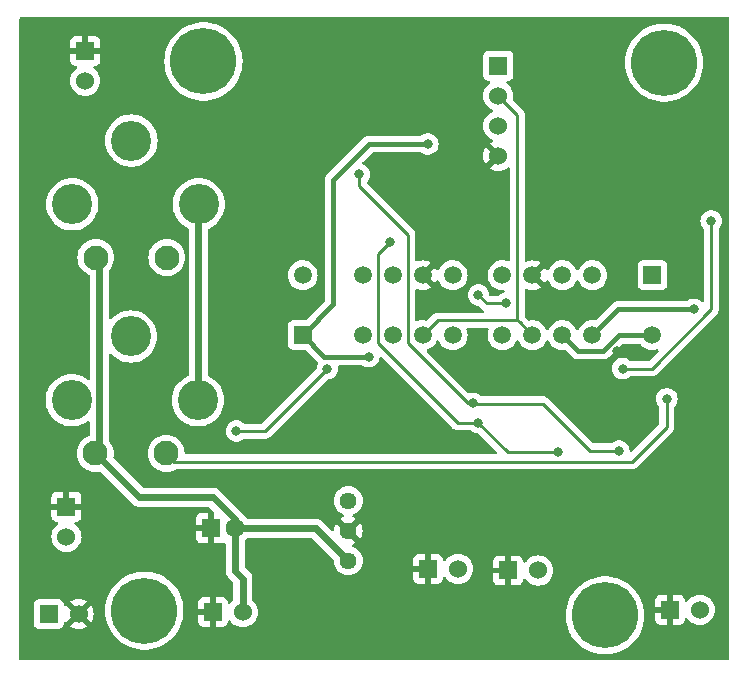
<source format=gbr>
%TF.GenerationSoftware,KiCad,Pcbnew,8.0.2*%
%TF.CreationDate,2024-09-03T17:09:07+02:00*%
%TF.ProjectId,AMS_IMD_Reset,414d535f-494d-4445-9f52-657365742e6b,rev?*%
%TF.SameCoordinates,Original*%
%TF.FileFunction,Copper,L2,Bot*%
%TF.FilePolarity,Positive*%
%FSLAX46Y46*%
G04 Gerber Fmt 4.6, Leading zero omitted, Abs format (unit mm)*
G04 Created by KiCad (PCBNEW 8.0.2) date 2024-09-03 17:09:07*
%MOMM*%
%LPD*%
G01*
G04 APERTURE LIST*
%TA.AperFunction,ComponentPad*%
%ADD10R,1.530000X1.530000*%
%TD*%
%TA.AperFunction,ComponentPad*%
%ADD11C,1.530000*%
%TD*%
%TA.AperFunction,ComponentPad*%
%ADD12R,1.500000X1.500000*%
%TD*%
%TA.AperFunction,ComponentPad*%
%ADD13C,1.500000*%
%TD*%
%TA.AperFunction,ComponentPad*%
%ADD14C,2.100000*%
%TD*%
%TA.AperFunction,ComponentPad*%
%ADD15C,3.400000*%
%TD*%
%TA.AperFunction,ComponentPad*%
%ADD16C,5.600000*%
%TD*%
%TA.AperFunction,ComponentPad*%
%ADD17R,1.600000X1.600000*%
%TD*%
%TA.AperFunction,ComponentPad*%
%ADD18C,1.600000*%
%TD*%
%TA.AperFunction,ComponentPad*%
%ADD19C,1.440000*%
%TD*%
%TA.AperFunction,ViaPad*%
%ADD20C,0.800000*%
%TD*%
%TA.AperFunction,Conductor*%
%ADD21C,0.600000*%
%TD*%
%TA.AperFunction,Conductor*%
%ADD22C,0.400000*%
%TD*%
%TA.AperFunction,Conductor*%
%ADD23C,0.250000*%
%TD*%
G04 APERTURE END LIST*
D10*
%TO.P,J8,1,1*%
%TO.N,GND*%
X199495000Y-116925000D03*
D11*
%TO.P,J8,2,2*%
%TO.N,Net-(J8-Pad2)*%
X202035000Y-116925000D03*
%TD*%
D10*
%TO.P,J4,1,1*%
%TO.N,GND*%
X179019200Y-113461200D03*
D11*
%TO.P,J4,2,2*%
%TO.N,/Raw_IMD_OK*%
X181559200Y-113461200D03*
%TD*%
D12*
%TO.P,K2,1,COIL1*%
%TO.N,+5V*%
X168402000Y-93675200D03*
D13*
%TO.P,K2,3,Reset_1*%
%TO.N,/SC_Closed_IMD*%
X173482000Y-93675200D03*
%TO.P,K2,4,COM_1*%
%TO.N,+5V*%
X176022000Y-93675200D03*
%TO.P,K2,5,Set_1*%
%TO.N,/Button_Input*%
X178562000Y-93675200D03*
%TO.P,K2,6,COIL2*%
%TO.N,+5V*%
X181102000Y-93675200D03*
%TO.P,K2,7,COIL2*%
%TO.N,Net-(K2-COIL2-Pad7)*%
X181102000Y-88595200D03*
%TO.P,K2,8,Set_2*%
%TO.N,GND*%
X178562000Y-88595200D03*
%TO.P,K2,9,COM_2*%
%TO.N,Net-(K2-COM_2)*%
X176022000Y-88595200D03*
%TO.P,K2,10,Reset_2*%
%TO.N,Net-(K2-Reset_2)*%
X173482000Y-88595200D03*
%TO.P,K2,12,COIL1*%
%TO.N,Net-(K2-COIL1-Pad12)*%
X168402000Y-88595200D03*
%TD*%
D10*
%TO.P,J5,1,1*%
%TO.N,GND*%
X185800000Y-113600000D03*
D11*
%TO.P,J5,2,2*%
%TO.N,/Raw_AMS_OK*%
X188340000Y-113600000D03*
%TD*%
D14*
%TO.P,K3,1*%
%TO.N,Net-(K3-Pad1)*%
X156850500Y-103686400D03*
D15*
%TO.P,K3,2*%
%TO.N,Net-(K1-Pad2)*%
X159550500Y-99186400D03*
%TO.P,K3,3*%
%TO.N,unconnected-(K3-Pad3)*%
X153850500Y-93786400D03*
%TO.P,K3,4*%
%TO.N,/SC out*%
X148850500Y-99186400D03*
D14*
%TO.P,K3,5*%
%TO.N,+12V*%
X150850500Y-103686400D03*
%TD*%
D10*
%TO.P,J7,1,1*%
%TO.N,/Raw_Button_Output*%
X184962800Y-70866000D03*
D11*
%TO.P,J7,2,2*%
%TO.N,/Button_Input*%
X184962800Y-73406000D03*
%TO.P,J7,3,3*%
%TO.N,/Button_Input_SCS*%
X184962800Y-75946000D03*
%TO.P,J7,4,4*%
%TO.N,GND*%
X184962800Y-78486000D03*
%TD*%
D14*
%TO.P,K1,1*%
%TO.N,Net-(K1-Pad1)*%
X156900000Y-87100000D03*
D15*
%TO.P,K1,2*%
%TO.N,Net-(K1-Pad2)*%
X159600000Y-82600000D03*
%TO.P,K1,3*%
%TO.N,unconnected-(K1-Pad3)*%
X153900000Y-77200000D03*
%TO.P,K1,4*%
%TO.N,/SC in*%
X148900000Y-82600000D03*
D14*
%TO.P,K1,5*%
%TO.N,+12V*%
X150900000Y-87100000D03*
%TD*%
D12*
%TO.P,K4,1,COIL1*%
%TO.N,Net-(K4-COIL1-Pad1)*%
X198018400Y-88595200D03*
D13*
%TO.P,K4,3,Reset_1*%
%TO.N,Net-(K4-Reset_1)*%
X192938400Y-88595200D03*
%TO.P,K4,4,COM_1*%
%TO.N,Net-(K4-COM_1)*%
X190398400Y-88595200D03*
%TO.P,K4,5,Set_1*%
%TO.N,GND*%
X187858400Y-88595200D03*
%TO.P,K4,6,COIL2*%
%TO.N,Net-(K4-COIL2-Pad6)*%
X185318400Y-88595200D03*
%TO.P,K4,7,COIL2*%
%TO.N,+5V*%
X185318400Y-93675200D03*
%TO.P,K4,8,Set_2*%
%TO.N,/Button_Input*%
X187858400Y-93675200D03*
%TO.P,K4,9,COM_2*%
%TO.N,+5V*%
X190398400Y-93675200D03*
%TO.P,K4,10,Reset_2*%
%TO.N,/SC_Closed_AMS*%
X192938400Y-93675200D03*
%TO.P,K4,12,COIL1*%
%TO.N,+5V*%
X198018400Y-93675200D03*
%TD*%
D16*
%TO.P,,1*%
%TO.N,N/C*%
X199000000Y-70600000D03*
%TD*%
D10*
%TO.P,J6,1,1*%
%TO.N,Net-(J6-Pad1)*%
X146895000Y-117275000D03*
D11*
%TO.P,J6,2,2*%
%TO.N,GND*%
X149435000Y-117275000D03*
%TD*%
D16*
%TO.P,,1*%
%TO.N,N/C*%
X160000000Y-70500000D03*
%TD*%
%TO.P,,1*%
%TO.N,N/C*%
X194000000Y-117400000D03*
%TD*%
D17*
%TO.P,C1,1*%
%TO.N,GND*%
X160680400Y-110007400D03*
D18*
%TO.P,C1,2*%
%TO.N,+12V*%
X162680400Y-110007400D03*
%TD*%
D10*
%TO.P,J2,1,1*%
%TO.N,GND*%
X150000000Y-69600000D03*
D11*
%TO.P,J2,2,2*%
%TO.N,/SC in*%
X150000000Y-72140000D03*
%TD*%
D10*
%TO.P,J1,1,1*%
%TO.N,GND*%
X160800000Y-117125000D03*
D11*
%TO.P,J1,2,2*%
%TO.N,+12V*%
X163340000Y-117125000D03*
%TD*%
D16*
%TO.P,,1*%
%TO.N,N/C*%
X155000000Y-117000000D03*
%TD*%
D10*
%TO.P,J3,1,1*%
%TO.N,GND*%
X148400000Y-108200000D03*
D11*
%TO.P,J3,2,2*%
%TO.N,/SC out*%
X148400000Y-110740000D03*
%TD*%
D19*
%TO.P,U1,1,+VIN*%
%TO.N,+12V*%
X172262800Y-112776000D03*
%TO.P,U1,2,GND*%
%TO.N,GND*%
X172262800Y-110236000D03*
%TO.P,U1,3,+VOUT*%
%TO.N,+5V*%
X172262800Y-107696000D03*
%TD*%
D20*
%TO.N,GND*%
X195000000Y-95000000D03*
X169500000Y-82500000D03*
X195000000Y-105500000D03*
X176184856Y-100978748D03*
X187500000Y-107000000D03*
X178500000Y-68000000D03*
X184000000Y-97500000D03*
X191500000Y-70500000D03*
X196000000Y-87000000D03*
X165606044Y-97790901D03*
X200500000Y-104000000D03*
X152500000Y-111000000D03*
%TO.N,+5V*%
X174000000Y-95500000D03*
X179000000Y-77500000D03*
%TO.N,Net-(G3-Pad4)*%
X183286400Y-90271600D03*
X185623200Y-90982800D03*
%TO.N,/0.75V*%
X195173600Y-103479600D03*
X182829200Y-99440400D03*
X173177200Y-80060800D03*
%TO.N,/4.25V*%
X175818800Y-85801200D03*
X183286400Y-101092000D03*
X190042800Y-103581200D03*
%TO.N,/SC_Closed_IMD*%
X170500000Y-96500000D03*
X162800000Y-101800000D03*
%TO.N,/SC_Closed_AMS*%
X201500000Y-91500000D03*
%TO.N,Net-(K3-Pad1)*%
X199237600Y-99060000D03*
%TO.N,Net-(Q6-Pad1)*%
X203000000Y-84000000D03*
X195500000Y-96500000D03*
%TD*%
D21*
%TO.N,+12V*%
X162680400Y-109280400D02*
X162680400Y-110007400D01*
X151200000Y-103336900D02*
X150850500Y-103686400D01*
X169494200Y-110007400D02*
X162680400Y-110007400D01*
X151200000Y-87400000D02*
X151200000Y-103336900D01*
X163340000Y-114281600D02*
X163340000Y-117125000D01*
X162680400Y-110007400D02*
X162680400Y-113622000D01*
X150900000Y-87100000D02*
X151200000Y-87400000D01*
X160800000Y-107400000D02*
X162680400Y-109280400D01*
X154564100Y-107400000D02*
X160800000Y-107400000D01*
X150850500Y-103686400D02*
X154564100Y-107400000D01*
X172262800Y-112776000D02*
X169494200Y-110007400D01*
X162680400Y-113622000D02*
X163340000Y-114281600D01*
D22*
%TO.N,+5V*%
X174000000Y-77500000D02*
X171000000Y-80500000D01*
X195193429Y-93675200D02*
X198018400Y-93675200D01*
X168402000Y-93675200D02*
X170226800Y-95500000D01*
X193868629Y-95000000D02*
X195193429Y-93675200D01*
X190398400Y-93675200D02*
X191723200Y-95000000D01*
X179000000Y-77500000D02*
X174000000Y-77500000D01*
X171000000Y-80500000D02*
X171000000Y-91077200D01*
X170226800Y-95500000D02*
X174000000Y-95500000D01*
X191723200Y-95000000D02*
X193868629Y-95000000D01*
X171000000Y-91077200D02*
X168402000Y-93675200D01*
D23*
%TO.N,Net-(G3-Pad4)*%
X185623200Y-90982800D02*
X183997600Y-90982800D01*
X183997600Y-90982800D02*
X183286400Y-90271600D01*
%TO.N,/0.75V*%
X188722000Y-99466400D02*
X192735200Y-103479600D01*
X182829200Y-99440400D02*
X182855200Y-99466400D01*
X177317400Y-85217000D02*
X177317400Y-94361000D01*
X173177200Y-80060800D02*
X173177200Y-81076800D01*
X177317400Y-94361000D02*
X182396800Y-99440400D01*
X173177200Y-81076800D02*
X177317400Y-85217000D01*
X192735200Y-103479600D02*
X195173600Y-103479600D01*
X182396800Y-99440400D02*
X182829200Y-99440400D01*
X182855200Y-99466400D02*
X188722000Y-99466400D01*
%TO.N,/4.25V*%
X185775600Y-103581200D02*
X183286400Y-101092000D01*
X174777400Y-94310200D02*
X181559200Y-101092000D01*
X190042800Y-103581200D02*
X185775600Y-103581200D01*
X181559200Y-101092000D02*
X183286400Y-101092000D01*
X174777400Y-86842600D02*
X174777400Y-94310200D01*
X175818800Y-85801200D02*
X174777400Y-86842600D01*
%TO.N,/Button_Input*%
X186588400Y-92405200D02*
X186588400Y-75031600D01*
X178562000Y-93675200D02*
X179832000Y-92405200D01*
X186783400Y-92600200D02*
X186588400Y-92405200D01*
X186588400Y-75031600D02*
X184962800Y-73406000D01*
X179832000Y-92405200D02*
X186588400Y-92405200D01*
X186783400Y-92600200D02*
X187858400Y-93675200D01*
%TO.N,/SC_Closed_IMD*%
X162800000Y-101800000D02*
X162800000Y-101600000D01*
X170500000Y-96500000D02*
X165200000Y-101800000D01*
X165200000Y-101800000D02*
X162800000Y-101800000D01*
D22*
%TO.N,/SC_Closed_AMS*%
X195113600Y-91500000D02*
X192938400Y-93675200D01*
X201500000Y-91500000D02*
X195113600Y-91500000D01*
D21*
%TO.N,Net-(K1-Pad2)*%
X159550500Y-99186400D02*
X159550500Y-82649500D01*
D23*
X159550500Y-82649500D02*
X159600000Y-82600000D01*
%TO.N,Net-(K3-Pad1)*%
X157536300Y-104372200D02*
X196313000Y-104372200D01*
X156850500Y-103686400D02*
X157536300Y-104372200D01*
X199237600Y-101447600D02*
X199237600Y-99060000D01*
X196313000Y-104372200D02*
X199237600Y-101447600D01*
%TO.N,Net-(Q6-Pad1)*%
X203000000Y-91500000D02*
X203000000Y-84000000D01*
X198000000Y-96500000D02*
X203000000Y-91500000D01*
X195500000Y-96500000D02*
X198000000Y-96500000D01*
%TD*%
%TA.AperFunction,Conductor*%
%TO.N,GND*%
G36*
X204463439Y-66770885D02*
G01*
X204509194Y-66823689D01*
X204520400Y-66875200D01*
X204520400Y-121084800D01*
X204500715Y-121151839D01*
X204447911Y-121197594D01*
X204396400Y-121208800D01*
X144536200Y-121208800D01*
X144469161Y-121189115D01*
X144423406Y-121136311D01*
X144412200Y-121084800D01*
X144412200Y-116461345D01*
X145621500Y-116461345D01*
X145621500Y-118088654D01*
X145628011Y-118149202D01*
X145628011Y-118149204D01*
X145658930Y-118232098D01*
X145679111Y-118286204D01*
X145766739Y-118403261D01*
X145883796Y-118490889D01*
X146020799Y-118541989D01*
X146047244Y-118544832D01*
X146081345Y-118548499D01*
X146081362Y-118548500D01*
X147708638Y-118548500D01*
X147708654Y-118548499D01*
X147735692Y-118545591D01*
X147769201Y-118541989D01*
X147906204Y-118490889D01*
X148023261Y-118403261D01*
X148110889Y-118286204D01*
X148161989Y-118149201D01*
X148165959Y-118112274D01*
X148168499Y-118088654D01*
X148168500Y-118088637D01*
X148168500Y-118064989D01*
X148188185Y-117997950D01*
X148240989Y-117952195D01*
X148310147Y-117942251D01*
X148373703Y-117971276D01*
X148377049Y-117974987D01*
X148381105Y-117975342D01*
X148943871Y-117412575D01*
X148959755Y-117471853D01*
X149026898Y-117588147D01*
X149121853Y-117683102D01*
X149238147Y-117750245D01*
X149297424Y-117766128D01*
X148734656Y-118328894D01*
X148800083Y-118374706D01*
X148800085Y-118374707D01*
X149000690Y-118468250D01*
X149000699Y-118468254D01*
X149214490Y-118525538D01*
X149214500Y-118525540D01*
X149434999Y-118544832D01*
X149435001Y-118544832D01*
X149655499Y-118525540D01*
X149655509Y-118525538D01*
X149869300Y-118468254D01*
X149869309Y-118468250D01*
X150069915Y-118374706D01*
X150135342Y-118328894D01*
X149572575Y-117766127D01*
X149631853Y-117750245D01*
X149748147Y-117683102D01*
X149843102Y-117588147D01*
X149910245Y-117471853D01*
X149926127Y-117412575D01*
X150488894Y-117975342D01*
X150534706Y-117909915D01*
X150628250Y-117709309D01*
X150628254Y-117709300D01*
X150685538Y-117495509D01*
X150685540Y-117495499D01*
X150704832Y-117275000D01*
X150704832Y-117274999D01*
X150685540Y-117054500D01*
X150685538Y-117054490D01*
X150670937Y-116999997D01*
X151686641Y-116999997D01*
X151686641Y-117000002D01*
X151706063Y-117358234D01*
X151744868Y-117594931D01*
X151763617Y-117709300D01*
X151764106Y-117712279D01*
X151764107Y-117712282D01*
X151860082Y-118057955D01*
X151860083Y-118057957D01*
X151992872Y-118391233D01*
X151992881Y-118391251D01*
X152160928Y-118708220D01*
X152160929Y-118708223D01*
X152362256Y-119005157D01*
X152362264Y-119005167D01*
X152594508Y-119278586D01*
X152594516Y-119278595D01*
X152854977Y-119525317D01*
X153140586Y-119742431D01*
X153447995Y-119927393D01*
X153447997Y-119927394D01*
X153447999Y-119927395D01*
X153448003Y-119927397D01*
X153773588Y-120078028D01*
X153773599Y-120078033D01*
X154113583Y-120192587D01*
X154463958Y-120269711D01*
X154820618Y-120308500D01*
X154820624Y-120308500D01*
X155179376Y-120308500D01*
X155179382Y-120308500D01*
X155536042Y-120269711D01*
X155886417Y-120192587D01*
X156226401Y-120078033D01*
X156552005Y-119927393D01*
X156859414Y-119742431D01*
X157145023Y-119525317D01*
X157405484Y-119278595D01*
X157637742Y-119005159D01*
X157782781Y-118791243D01*
X157839070Y-118708223D01*
X157839070Y-118708221D01*
X157839075Y-118708215D01*
X158007123Y-118391243D01*
X158139915Y-118057961D01*
X158142907Y-118047187D01*
X158182583Y-117904284D01*
X158235895Y-117712274D01*
X158293936Y-117358237D01*
X158313359Y-117000000D01*
X158304721Y-116840690D01*
X158296428Y-116687720D01*
X158293936Y-116641763D01*
X158235895Y-116287726D01*
X158188746Y-116117913D01*
X158139917Y-115942044D01*
X158139916Y-115942042D01*
X158130299Y-115917906D01*
X158084441Y-115802809D01*
X158007127Y-115608766D01*
X158007118Y-115608748D01*
X157893712Y-115394842D01*
X157839075Y-115291785D01*
X157839071Y-115291779D01*
X157839070Y-115291776D01*
X157637743Y-114994842D01*
X157637735Y-114994832D01*
X157405491Y-114721413D01*
X157405486Y-114721407D01*
X157404151Y-114720142D01*
X157145023Y-114474683D01*
X157145016Y-114474677D01*
X157145013Y-114474675D01*
X157037135Y-114392669D01*
X156859414Y-114257569D01*
X156552005Y-114072607D01*
X156552004Y-114072606D01*
X156552000Y-114072604D01*
X156551996Y-114072602D01*
X156226411Y-113921971D01*
X156226406Y-113921969D01*
X156226401Y-113921967D01*
X156060678Y-113866128D01*
X155886416Y-113807412D01*
X155536040Y-113730288D01*
X155179383Y-113691500D01*
X155179382Y-113691500D01*
X154820618Y-113691500D01*
X154820616Y-113691500D01*
X154463959Y-113730288D01*
X154113583Y-113807412D01*
X153850768Y-113895965D01*
X153773599Y-113921967D01*
X153773596Y-113921968D01*
X153773588Y-113921971D01*
X153448003Y-114072602D01*
X153447999Y-114072604D01*
X153223946Y-114207413D01*
X153140586Y-114257569D01*
X153052060Y-114324864D01*
X152854986Y-114474675D01*
X152854977Y-114474683D01*
X152594513Y-114721407D01*
X152594508Y-114721413D01*
X152362264Y-114994832D01*
X152362256Y-114994842D01*
X152160929Y-115291776D01*
X152160928Y-115291779D01*
X151992881Y-115608748D01*
X151992872Y-115608766D01*
X151860083Y-115942042D01*
X151860082Y-115942044D01*
X151764107Y-116287717D01*
X151764106Y-116287720D01*
X151706063Y-116641765D01*
X151686641Y-116999997D01*
X150670937Y-116999997D01*
X150628254Y-116840699D01*
X150628250Y-116840690D01*
X150534707Y-116640085D01*
X150534706Y-116640083D01*
X150488894Y-116574657D01*
X150488894Y-116574656D01*
X149926127Y-117137423D01*
X149910245Y-117078147D01*
X149843102Y-116961853D01*
X149748147Y-116866898D01*
X149631853Y-116799755D01*
X149572575Y-116783872D01*
X150135342Y-116221105D01*
X150135341Y-116221103D01*
X150069919Y-116175295D01*
X149869309Y-116081749D01*
X149869300Y-116081745D01*
X149655509Y-116024461D01*
X149655499Y-116024459D01*
X149435001Y-116005168D01*
X149434999Y-116005168D01*
X149214500Y-116024459D01*
X149214490Y-116024461D01*
X149000699Y-116081745D01*
X149000690Y-116081749D01*
X148800084Y-116175293D01*
X148734657Y-116221104D01*
X149297424Y-116783871D01*
X149238147Y-116799755D01*
X149121853Y-116866898D01*
X149026898Y-116961853D01*
X148959755Y-117078147D01*
X148943871Y-117137424D01*
X148381103Y-116574656D01*
X148369644Y-116575659D01*
X148339499Y-116599756D01*
X148270000Y-116606950D01*
X148207645Y-116575428D01*
X148172231Y-116515198D01*
X148168500Y-116485008D01*
X148168500Y-116461362D01*
X148168499Y-116461345D01*
X148164349Y-116422749D01*
X148161989Y-116400799D01*
X148110889Y-116263796D01*
X148023261Y-116146739D01*
X147906204Y-116059111D01*
X147888801Y-116052620D01*
X147769203Y-116008011D01*
X147708654Y-116001500D01*
X147708638Y-116001500D01*
X146081362Y-116001500D01*
X146081345Y-116001500D01*
X146020797Y-116008011D01*
X146020795Y-116008011D01*
X145883795Y-116059111D01*
X145766739Y-116146739D01*
X145679111Y-116263795D01*
X145628011Y-116400795D01*
X145628011Y-116400797D01*
X145621500Y-116461345D01*
X144412200Y-116461345D01*
X144412200Y-110739998D01*
X147121635Y-110739998D01*
X147121635Y-110740001D01*
X147141055Y-110961980D01*
X147141057Y-110961990D01*
X147198727Y-111177219D01*
X147198732Y-111177233D01*
X147292901Y-111379179D01*
X147292907Y-111379189D01*
X147420710Y-111561710D01*
X147420719Y-111561720D01*
X147578279Y-111719280D01*
X147578289Y-111719289D01*
X147738284Y-111831319D01*
X147760817Y-111847097D01*
X147882318Y-111903753D01*
X147962766Y-111941267D01*
X147962768Y-111941267D01*
X147962773Y-111941270D01*
X148178014Y-111998944D01*
X148336575Y-112012816D01*
X148399998Y-112018365D01*
X148400000Y-112018365D01*
X148400002Y-112018365D01*
X148455496Y-112013509D01*
X148621986Y-111998944D01*
X148837227Y-111941270D01*
X149039183Y-111847097D01*
X149221717Y-111719284D01*
X149379284Y-111561717D01*
X149507097Y-111379183D01*
X149601270Y-111177227D01*
X149658944Y-110961986D01*
X149678365Y-110740000D01*
X149675390Y-110706000D01*
X149658944Y-110518019D01*
X149658944Y-110518014D01*
X149601270Y-110302773D01*
X149507097Y-110100818D01*
X149379284Y-109918283D01*
X149221717Y-109760716D01*
X149221712Y-109760712D01*
X149221709Y-109760710D01*
X149121546Y-109690574D01*
X149077921Y-109635997D01*
X149070729Y-109566499D01*
X149102252Y-109504144D01*
X149162482Y-109468731D01*
X149192670Y-109465000D01*
X149212828Y-109465000D01*
X149212844Y-109464999D01*
X149272372Y-109458598D01*
X149272379Y-109458596D01*
X149407086Y-109408354D01*
X149407093Y-109408350D01*
X149522187Y-109322190D01*
X149522190Y-109322187D01*
X149608350Y-109207093D01*
X149608354Y-109207086D01*
X149658596Y-109072379D01*
X149658598Y-109072372D01*
X149664999Y-109012844D01*
X149665000Y-109012827D01*
X149665000Y-108450000D01*
X148844560Y-108450000D01*
X148875245Y-108396853D01*
X148910000Y-108267143D01*
X148910000Y-108132857D01*
X148875245Y-108003147D01*
X148844560Y-107950000D01*
X149665000Y-107950000D01*
X149665000Y-107387172D01*
X149664999Y-107387155D01*
X149658598Y-107327627D01*
X149658596Y-107327620D01*
X149608354Y-107192913D01*
X149608350Y-107192906D01*
X149522190Y-107077812D01*
X149522187Y-107077809D01*
X149407093Y-106991649D01*
X149407086Y-106991645D01*
X149272379Y-106941403D01*
X149272372Y-106941401D01*
X149212844Y-106935000D01*
X148650000Y-106935000D01*
X148650000Y-107755439D01*
X148596853Y-107724755D01*
X148467143Y-107690000D01*
X148332857Y-107690000D01*
X148203147Y-107724755D01*
X148150000Y-107755439D01*
X148150000Y-106935000D01*
X147587155Y-106935000D01*
X147527627Y-106941401D01*
X147527620Y-106941403D01*
X147392913Y-106991645D01*
X147392906Y-106991649D01*
X147277812Y-107077809D01*
X147277809Y-107077812D01*
X147191649Y-107192906D01*
X147191645Y-107192913D01*
X147141403Y-107327620D01*
X147141401Y-107327627D01*
X147135000Y-107387155D01*
X147135000Y-107950000D01*
X147955440Y-107950000D01*
X147924755Y-108003147D01*
X147890000Y-108132857D01*
X147890000Y-108267143D01*
X147924755Y-108396853D01*
X147955440Y-108450000D01*
X147135000Y-108450000D01*
X147135000Y-109012844D01*
X147141401Y-109072372D01*
X147141403Y-109072379D01*
X147191645Y-109207086D01*
X147191649Y-109207093D01*
X147277809Y-109322187D01*
X147277812Y-109322190D01*
X147392906Y-109408350D01*
X147392913Y-109408354D01*
X147527620Y-109458596D01*
X147527627Y-109458598D01*
X147587155Y-109464999D01*
X147587172Y-109465000D01*
X147607331Y-109465000D01*
X147674370Y-109484685D01*
X147720125Y-109537489D01*
X147730069Y-109606647D01*
X147701044Y-109670203D01*
X147678455Y-109690574D01*
X147578282Y-109760716D01*
X147420716Y-109918282D01*
X147292907Y-110100811D01*
X147292903Y-110100817D01*
X147198731Y-110302771D01*
X147198727Y-110302780D01*
X147141057Y-110518009D01*
X147141055Y-110518019D01*
X147121635Y-110739998D01*
X144412200Y-110739998D01*
X144412200Y-99186392D01*
X146637261Y-99186392D01*
X146637261Y-99186407D01*
X146656194Y-99475269D01*
X146656195Y-99475279D01*
X146656196Y-99475286D01*
X146709203Y-99741775D01*
X146712674Y-99759222D01*
X146712677Y-99759236D01*
X146805732Y-100033365D01*
X146805741Y-100033386D01*
X146933779Y-100293021D01*
X147094614Y-100533729D01*
X147094616Y-100533731D01*
X147094619Y-100533735D01*
X147285504Y-100751396D01*
X147503165Y-100942281D01*
X147503168Y-100942283D01*
X147503170Y-100942285D01*
X147743878Y-101103120D01*
X148003513Y-101231158D01*
X148003518Y-101231160D01*
X148003530Y-101231166D01*
X148277672Y-101324225D01*
X148561614Y-101380704D01*
X148589358Y-101382522D01*
X148850493Y-101399639D01*
X148850500Y-101399639D01*
X148850507Y-101399639D01*
X149081774Y-101384480D01*
X149139386Y-101380704D01*
X149423328Y-101324225D01*
X149697470Y-101231166D01*
X149957120Y-101103121D01*
X150197835Y-100942281D01*
X150197838Y-100942277D01*
X150198609Y-100941763D01*
X150265287Y-100920885D01*
X150332667Y-100939370D01*
X150379357Y-100991348D01*
X150391500Y-101044865D01*
X150391500Y-102106761D01*
X150371815Y-102173800D01*
X150319011Y-102219555D01*
X150314953Y-102221322D01*
X150140769Y-102293471D01*
X149931606Y-102421646D01*
X149745067Y-102580967D01*
X149585746Y-102767506D01*
X149457571Y-102976669D01*
X149363693Y-103203312D01*
X149306427Y-103441845D01*
X149287181Y-103686400D01*
X149306427Y-103930954D01*
X149363693Y-104169487D01*
X149457571Y-104396130D01*
X149585746Y-104605293D01*
X149585748Y-104605296D01*
X149745067Y-104791833D01*
X149931604Y-104951152D01*
X149931606Y-104951153D01*
X150140769Y-105079328D01*
X150247608Y-105123582D01*
X150367408Y-105173205D01*
X150605943Y-105230472D01*
X150850500Y-105249719D01*
X151095057Y-105230472D01*
X151153431Y-105216457D01*
X151223211Y-105219947D01*
X151270058Y-105249350D01*
X153931756Y-107911047D01*
X153931777Y-107911070D01*
X154048705Y-108027998D01*
X154048708Y-108028000D01*
X154048711Y-108028003D01*
X154128089Y-108081041D01*
X154128092Y-108081044D01*
X154181131Y-108116483D01*
X154224222Y-108134331D01*
X154224226Y-108134334D01*
X154224227Y-108134333D01*
X154328269Y-108177430D01*
X154484465Y-108208499D01*
X154484469Y-108208500D01*
X154484470Y-108208500D01*
X154643730Y-108208500D01*
X160413746Y-108208500D01*
X160480785Y-108228185D01*
X160501427Y-108244819D01*
X160894081Y-108637473D01*
X160927566Y-108698796D01*
X160930400Y-108725154D01*
X160930400Y-109691714D01*
X160926006Y-109687320D01*
X160834794Y-109634659D01*
X160733061Y-109607400D01*
X160627739Y-109607400D01*
X160526006Y-109634659D01*
X160434794Y-109687320D01*
X160430400Y-109691714D01*
X160430400Y-108707400D01*
X159832555Y-108707400D01*
X159773027Y-108713801D01*
X159773020Y-108713803D01*
X159638313Y-108764045D01*
X159638306Y-108764049D01*
X159523212Y-108850209D01*
X159523209Y-108850212D01*
X159437049Y-108965306D01*
X159437045Y-108965313D01*
X159386803Y-109100020D01*
X159386801Y-109100027D01*
X159380400Y-109159555D01*
X159380400Y-109757400D01*
X160364714Y-109757400D01*
X160360320Y-109761794D01*
X160307659Y-109853006D01*
X160280400Y-109954739D01*
X160280400Y-110060061D01*
X160307659Y-110161794D01*
X160360320Y-110253006D01*
X160364714Y-110257400D01*
X159380400Y-110257400D01*
X159380400Y-110855244D01*
X159386801Y-110914772D01*
X159386803Y-110914779D01*
X159437045Y-111049486D01*
X159437049Y-111049493D01*
X159523209Y-111164587D01*
X159523212Y-111164590D01*
X159638306Y-111250750D01*
X159638313Y-111250754D01*
X159773020Y-111300996D01*
X159773027Y-111300998D01*
X159832555Y-111307399D01*
X159832572Y-111307400D01*
X160430400Y-111307400D01*
X160430400Y-110323086D01*
X160434794Y-110327480D01*
X160526006Y-110380141D01*
X160627739Y-110407400D01*
X160733061Y-110407400D01*
X160834794Y-110380141D01*
X160926006Y-110327480D01*
X160930400Y-110323086D01*
X160930400Y-111307400D01*
X161528228Y-111307400D01*
X161528244Y-111307399D01*
X161587772Y-111300998D01*
X161587776Y-111300997D01*
X161704566Y-111257437D01*
X161774258Y-111252453D01*
X161835581Y-111285938D01*
X161869066Y-111347261D01*
X161871900Y-111373619D01*
X161871900Y-113701634D01*
X161902968Y-113857823D01*
X161902970Y-113857831D01*
X161933443Y-113931399D01*
X161933443Y-113931400D01*
X161963912Y-114004961D01*
X161963919Y-114004974D01*
X162052396Y-114137388D01*
X162052399Y-114137392D01*
X162495181Y-114580173D01*
X162528666Y-114641496D01*
X162531500Y-114667854D01*
X162531500Y-116081137D01*
X162511815Y-116148176D01*
X162495181Y-116168818D01*
X162360716Y-116303282D01*
X162290574Y-116403455D01*
X162235997Y-116447080D01*
X162166499Y-116454272D01*
X162104144Y-116422749D01*
X162068731Y-116362519D01*
X162065000Y-116332331D01*
X162065000Y-116312172D01*
X162064999Y-116312155D01*
X162058598Y-116252627D01*
X162058596Y-116252620D01*
X162008354Y-116117913D01*
X162008350Y-116117906D01*
X161922190Y-116002812D01*
X161922187Y-116002809D01*
X161807093Y-115916649D01*
X161807086Y-115916645D01*
X161672379Y-115866403D01*
X161672372Y-115866401D01*
X161612844Y-115860000D01*
X161050000Y-115860000D01*
X161050000Y-116680439D01*
X160996853Y-116649755D01*
X160867143Y-116615000D01*
X160732857Y-116615000D01*
X160603147Y-116649755D01*
X160550000Y-116680439D01*
X160550000Y-115860000D01*
X159987155Y-115860000D01*
X159927627Y-115866401D01*
X159927620Y-115866403D01*
X159792913Y-115916645D01*
X159792906Y-115916649D01*
X159677812Y-116002809D01*
X159677809Y-116002812D01*
X159591649Y-116117906D01*
X159591645Y-116117913D01*
X159541403Y-116252620D01*
X159541401Y-116252627D01*
X159535000Y-116312155D01*
X159535000Y-116875000D01*
X160355440Y-116875000D01*
X160324755Y-116928147D01*
X160290000Y-117057857D01*
X160290000Y-117192143D01*
X160324755Y-117321853D01*
X160355440Y-117375000D01*
X159535000Y-117375000D01*
X159535000Y-117937844D01*
X159541401Y-117997372D01*
X159541403Y-117997379D01*
X159591645Y-118132086D01*
X159591649Y-118132093D01*
X159677809Y-118247187D01*
X159677812Y-118247190D01*
X159792906Y-118333350D01*
X159792913Y-118333354D01*
X159927620Y-118383596D01*
X159927627Y-118383598D01*
X159987155Y-118389999D01*
X159987172Y-118390000D01*
X160550000Y-118390000D01*
X160550000Y-117569560D01*
X160603147Y-117600245D01*
X160732857Y-117635000D01*
X160867143Y-117635000D01*
X160996853Y-117600245D01*
X161050000Y-117569560D01*
X161050000Y-118390000D01*
X161612828Y-118390000D01*
X161612844Y-118389999D01*
X161672372Y-118383598D01*
X161672379Y-118383596D01*
X161807086Y-118333354D01*
X161807093Y-118333350D01*
X161922187Y-118247190D01*
X161922190Y-118247187D01*
X162008350Y-118132093D01*
X162008354Y-118132086D01*
X162058596Y-117997379D01*
X162058598Y-117997372D01*
X162064999Y-117937844D01*
X162065000Y-117937827D01*
X162065000Y-117917669D01*
X162084685Y-117850630D01*
X162137489Y-117804875D01*
X162206647Y-117794931D01*
X162270203Y-117823956D01*
X162290570Y-117846540D01*
X162334947Y-117909915D01*
X162360716Y-117946717D01*
X162518279Y-118104280D01*
X162518289Y-118104289D01*
X162631551Y-118183596D01*
X162700817Y-118232097D01*
X162816851Y-118286204D01*
X162902766Y-118326267D01*
X162902768Y-118326267D01*
X162902773Y-118326270D01*
X163118014Y-118383944D01*
X163276575Y-118397816D01*
X163339998Y-118403365D01*
X163340000Y-118403365D01*
X163340002Y-118403365D01*
X163395496Y-118398509D01*
X163561986Y-118383944D01*
X163777227Y-118326270D01*
X163979183Y-118232097D01*
X164161717Y-118104284D01*
X164319284Y-117946717D01*
X164447097Y-117764183D01*
X164541270Y-117562227D01*
X164584740Y-117399997D01*
X190686641Y-117399997D01*
X190686641Y-117400002D01*
X190706063Y-117758234D01*
X190740990Y-117971276D01*
X190762794Y-118104280D01*
X190764106Y-118112279D01*
X190764107Y-118112282D01*
X190860082Y-118457955D01*
X190860083Y-118457957D01*
X190992872Y-118791233D01*
X190992877Y-118791243D01*
X191106292Y-119005167D01*
X191160928Y-119108220D01*
X191160929Y-119108223D01*
X191362256Y-119405157D01*
X191362264Y-119405167D01*
X191594508Y-119678586D01*
X191594516Y-119678595D01*
X191854977Y-119925317D01*
X191854984Y-119925322D01*
X191854986Y-119925324D01*
X191857713Y-119927397D01*
X192140586Y-120142431D01*
X192447995Y-120327393D01*
X192447997Y-120327394D01*
X192447999Y-120327395D01*
X192448003Y-120327397D01*
X192773588Y-120478028D01*
X192773599Y-120478033D01*
X193113583Y-120592587D01*
X193463958Y-120669711D01*
X193820618Y-120708500D01*
X193820624Y-120708500D01*
X194179376Y-120708500D01*
X194179382Y-120708500D01*
X194536042Y-120669711D01*
X194886417Y-120592587D01*
X195226401Y-120478033D01*
X195552005Y-120327393D01*
X195859414Y-120142431D01*
X196145023Y-119925317D01*
X196405484Y-119678595D01*
X196637742Y-119405159D01*
X196839075Y-119108215D01*
X197007123Y-118791243D01*
X197139915Y-118457961D01*
X197155103Y-118403261D01*
X197187603Y-118286204D01*
X197235895Y-118112274D01*
X197293936Y-117758237D01*
X197313359Y-117400000D01*
X197293936Y-117041763D01*
X197235895Y-116687726D01*
X197180378Y-116487773D01*
X197139917Y-116342044D01*
X197139916Y-116342042D01*
X197048321Y-116112155D01*
X198230000Y-116112155D01*
X198230000Y-116675000D01*
X199050440Y-116675000D01*
X199019755Y-116728147D01*
X198985000Y-116857857D01*
X198985000Y-116992143D01*
X199019755Y-117121853D01*
X199050440Y-117175000D01*
X198230000Y-117175000D01*
X198230000Y-117737844D01*
X198236401Y-117797372D01*
X198236403Y-117797379D01*
X198286645Y-117932086D01*
X198286649Y-117932093D01*
X198372809Y-118047187D01*
X198372812Y-118047190D01*
X198487906Y-118133350D01*
X198487913Y-118133354D01*
X198622620Y-118183596D01*
X198622627Y-118183598D01*
X198682155Y-118189999D01*
X198682172Y-118190000D01*
X199245000Y-118190000D01*
X199245000Y-117369560D01*
X199298147Y-117400245D01*
X199427857Y-117435000D01*
X199562143Y-117435000D01*
X199691853Y-117400245D01*
X199745000Y-117369560D01*
X199745000Y-118190000D01*
X200307828Y-118190000D01*
X200307844Y-118189999D01*
X200367372Y-118183598D01*
X200367379Y-118183596D01*
X200502086Y-118133354D01*
X200502093Y-118133350D01*
X200617187Y-118047190D01*
X200617190Y-118047187D01*
X200703350Y-117932093D01*
X200703354Y-117932086D01*
X200753596Y-117797379D01*
X200753598Y-117797372D01*
X200759999Y-117737844D01*
X200760000Y-117737827D01*
X200760000Y-117717669D01*
X200779685Y-117650630D01*
X200832489Y-117604875D01*
X200901647Y-117594931D01*
X200965203Y-117623956D01*
X200985570Y-117646540D01*
X201031599Y-117712274D01*
X201055716Y-117746717D01*
X201213279Y-117904280D01*
X201213289Y-117904289D01*
X201375772Y-118018061D01*
X201395817Y-118032097D01*
X201451283Y-118057961D01*
X201597766Y-118126267D01*
X201597768Y-118126267D01*
X201597773Y-118126270D01*
X201597778Y-118126271D01*
X201597780Y-118126272D01*
X201624196Y-118133350D01*
X201813014Y-118183944D01*
X201971575Y-118197816D01*
X202034998Y-118203365D01*
X202035000Y-118203365D01*
X202035002Y-118203365D01*
X202090496Y-118198509D01*
X202256986Y-118183944D01*
X202472227Y-118126270D01*
X202674183Y-118032097D01*
X202856717Y-117904284D01*
X203014284Y-117746717D01*
X203142097Y-117564183D01*
X203236270Y-117362227D01*
X203293944Y-117146986D01*
X203313365Y-116925000D01*
X203311441Y-116903014D01*
X203303466Y-116811853D01*
X203293944Y-116703014D01*
X203236270Y-116487773D01*
X203142097Y-116285818D01*
X203014284Y-116103283D01*
X202856717Y-115945716D01*
X202856715Y-115945714D01*
X202856710Y-115945710D01*
X202674189Y-115817907D01*
X202674186Y-115817905D01*
X202674183Y-115817903D01*
X202674179Y-115817901D01*
X202472233Y-115723732D01*
X202472219Y-115723727D01*
X202256990Y-115666057D01*
X202256988Y-115666056D01*
X202256986Y-115666056D01*
X202256984Y-115666055D01*
X202256980Y-115666055D01*
X202035002Y-115646635D01*
X202034998Y-115646635D01*
X201813019Y-115666055D01*
X201813009Y-115666057D01*
X201597780Y-115723727D01*
X201597771Y-115723731D01*
X201395817Y-115817903D01*
X201395811Y-115817907D01*
X201213282Y-115945716D01*
X201055716Y-116103282D01*
X200985574Y-116203455D01*
X200930997Y-116247080D01*
X200861499Y-116254272D01*
X200799144Y-116222749D01*
X200763731Y-116162519D01*
X200760000Y-116132331D01*
X200760000Y-116112172D01*
X200759999Y-116112155D01*
X200753598Y-116052627D01*
X200753596Y-116052620D01*
X200703354Y-115917913D01*
X200703350Y-115917906D01*
X200617190Y-115802812D01*
X200617187Y-115802809D01*
X200502093Y-115716649D01*
X200502086Y-115716645D01*
X200367379Y-115666403D01*
X200367372Y-115666401D01*
X200307844Y-115660000D01*
X199745000Y-115660000D01*
X199745000Y-116480439D01*
X199691853Y-116449755D01*
X199562143Y-116415000D01*
X199427857Y-116415000D01*
X199298147Y-116449755D01*
X199245000Y-116480439D01*
X199245000Y-115660000D01*
X198682155Y-115660000D01*
X198622627Y-115666401D01*
X198622620Y-115666403D01*
X198487913Y-115716645D01*
X198487906Y-115716649D01*
X198372812Y-115802809D01*
X198372809Y-115802812D01*
X198286649Y-115917906D01*
X198286645Y-115917913D01*
X198236403Y-116052620D01*
X198236401Y-116052627D01*
X198230000Y-116112155D01*
X197048321Y-116112155D01*
X197007127Y-116008766D01*
X197007118Y-116008748D01*
X197003971Y-116002812D01*
X196839075Y-115691785D01*
X196839071Y-115691779D01*
X196839070Y-115691776D01*
X196637743Y-115394842D01*
X196637735Y-115394832D01*
X196405491Y-115121413D01*
X196405486Y-115121407D01*
X196271872Y-114994841D01*
X196145023Y-114874683D01*
X196145016Y-114874677D01*
X196145013Y-114874675D01*
X196077266Y-114823175D01*
X195859414Y-114657569D01*
X195552005Y-114472607D01*
X195552004Y-114472606D01*
X195552000Y-114472604D01*
X195551996Y-114472602D01*
X195226411Y-114321971D01*
X195226406Y-114321969D01*
X195226401Y-114321967D01*
X195035272Y-114257568D01*
X194886416Y-114207412D01*
X194536040Y-114130288D01*
X194179383Y-114091500D01*
X194179382Y-114091500D01*
X193820618Y-114091500D01*
X193820616Y-114091500D01*
X193463959Y-114130288D01*
X193113583Y-114207412D01*
X192889516Y-114282910D01*
X192773599Y-114321967D01*
X192773596Y-114321968D01*
X192773588Y-114321971D01*
X192448003Y-114472602D01*
X192447999Y-114472604D01*
X192270688Y-114579289D01*
X192140586Y-114657569D01*
X192075440Y-114707092D01*
X191854986Y-114874675D01*
X191854977Y-114874683D01*
X191594513Y-115121407D01*
X191594508Y-115121413D01*
X191362264Y-115394832D01*
X191362256Y-115394842D01*
X191160929Y-115691776D01*
X191160928Y-115691779D01*
X190992881Y-116008748D01*
X190992872Y-116008766D01*
X190860083Y-116342042D01*
X190860082Y-116342044D01*
X190764107Y-116687717D01*
X190764106Y-116687720D01*
X190706063Y-117041765D01*
X190686641Y-117399997D01*
X164584740Y-117399997D01*
X164598944Y-117346986D01*
X164616441Y-117146990D01*
X164618365Y-117125001D01*
X164618365Y-117124998D01*
X164607429Y-116999997D01*
X164598944Y-116903014D01*
X164545354Y-116703014D01*
X164541272Y-116687780D01*
X164541271Y-116687779D01*
X164541270Y-116687773D01*
X164447097Y-116485818D01*
X164319284Y-116303283D01*
X164184819Y-116168818D01*
X164151334Y-116107495D01*
X164148500Y-116081137D01*
X164148500Y-114201969D01*
X164148499Y-114201965D01*
X164122768Y-114072607D01*
X164117430Y-114045769D01*
X164071474Y-113934822D01*
X164070056Y-113931399D01*
X164056486Y-113898635D01*
X164056483Y-113898630D01*
X164056351Y-113898433D01*
X163968003Y-113766211D01*
X163968000Y-113766207D01*
X163525219Y-113323426D01*
X163491734Y-113262103D01*
X163488900Y-113235745D01*
X163488900Y-111100760D01*
X163508585Y-111033721D01*
X163525219Y-111013079D01*
X163686079Y-110852219D01*
X163747402Y-110818734D01*
X163773760Y-110815900D01*
X169107946Y-110815900D01*
X169174985Y-110835585D01*
X169195627Y-110852219D01*
X170995944Y-112652536D01*
X171029429Y-112713859D01*
X171031792Y-112751020D01*
X171029607Y-112776003D01*
X171048341Y-112990136D01*
X171048342Y-112990144D01*
X171103976Y-113197772D01*
X171103977Y-113197774D01*
X171103978Y-113197777D01*
X171123303Y-113239219D01*
X171194824Y-113392597D01*
X171194826Y-113392601D01*
X171318119Y-113568682D01*
X171470117Y-113720680D01*
X171646198Y-113843973D01*
X171646200Y-113843974D01*
X171646203Y-113843976D01*
X171841023Y-113934822D01*
X172048658Y-113990458D01*
X172201616Y-114003840D01*
X172262798Y-114009193D01*
X172262800Y-114009193D01*
X172262802Y-114009193D01*
X172316335Y-114004509D01*
X172476942Y-113990458D01*
X172684577Y-113934822D01*
X172879397Y-113843976D01*
X173055481Y-113720681D01*
X173207481Y-113568681D01*
X173330776Y-113392597D01*
X173421622Y-113197777D01*
X173477258Y-112990142D01*
X173495993Y-112776000D01*
X173484826Y-112648355D01*
X177754200Y-112648355D01*
X177754200Y-113211200D01*
X178574640Y-113211200D01*
X178543955Y-113264347D01*
X178509200Y-113394057D01*
X178509200Y-113528343D01*
X178543955Y-113658053D01*
X178574640Y-113711200D01*
X177754200Y-113711200D01*
X177754200Y-114274044D01*
X177760601Y-114333572D01*
X177760603Y-114333579D01*
X177810845Y-114468286D01*
X177810849Y-114468293D01*
X177897009Y-114583387D01*
X177897012Y-114583390D01*
X178012106Y-114669550D01*
X178012113Y-114669554D01*
X178146820Y-114719796D01*
X178146827Y-114719798D01*
X178206355Y-114726199D01*
X178206372Y-114726200D01*
X178769200Y-114726200D01*
X178769200Y-113905760D01*
X178822347Y-113936445D01*
X178952057Y-113971200D01*
X179086343Y-113971200D01*
X179216053Y-113936445D01*
X179269200Y-113905760D01*
X179269200Y-114726200D01*
X179832028Y-114726200D01*
X179832044Y-114726199D01*
X179891572Y-114719798D01*
X179891579Y-114719796D01*
X180026286Y-114669554D01*
X180026293Y-114669550D01*
X180141387Y-114583390D01*
X180141390Y-114583387D01*
X180227550Y-114468293D01*
X180227554Y-114468286D01*
X180277796Y-114333579D01*
X180277798Y-114333572D01*
X180284199Y-114274044D01*
X180284200Y-114274027D01*
X180284200Y-114253869D01*
X180303885Y-114186830D01*
X180356689Y-114141075D01*
X180425847Y-114131131D01*
X180489403Y-114160156D01*
X180509770Y-114182740D01*
X180549290Y-114239179D01*
X180579916Y-114282917D01*
X180737479Y-114440480D01*
X180737489Y-114440489D01*
X180899972Y-114554261D01*
X180920017Y-114568297D01*
X181003201Y-114607086D01*
X181121966Y-114662467D01*
X181121968Y-114662467D01*
X181121973Y-114662470D01*
X181337214Y-114720144D01*
X181495775Y-114734016D01*
X181559198Y-114739565D01*
X181559200Y-114739565D01*
X181559202Y-114739565D01*
X181614696Y-114734709D01*
X181781186Y-114720144D01*
X181996427Y-114662470D01*
X182198383Y-114568297D01*
X182380917Y-114440484D01*
X182538484Y-114282917D01*
X182666297Y-114100383D01*
X182760470Y-113898427D01*
X182818144Y-113683186D01*
X182837565Y-113461200D01*
X182818144Y-113239214D01*
X182760470Y-113023973D01*
X182666297Y-112822018D01*
X182641886Y-112787155D01*
X184535000Y-112787155D01*
X184535000Y-113350000D01*
X185355440Y-113350000D01*
X185324755Y-113403147D01*
X185290000Y-113532857D01*
X185290000Y-113667143D01*
X185324755Y-113796853D01*
X185355440Y-113850000D01*
X184535000Y-113850000D01*
X184535000Y-114412844D01*
X184541401Y-114472372D01*
X184541403Y-114472379D01*
X184591645Y-114607086D01*
X184591649Y-114607093D01*
X184677809Y-114722187D01*
X184677812Y-114722190D01*
X184792906Y-114808350D01*
X184792913Y-114808354D01*
X184927620Y-114858596D01*
X184927627Y-114858598D01*
X184987155Y-114864999D01*
X184987172Y-114865000D01*
X185550000Y-114865000D01*
X185550000Y-114044560D01*
X185603147Y-114075245D01*
X185732857Y-114110000D01*
X185867143Y-114110000D01*
X185996853Y-114075245D01*
X186050000Y-114044560D01*
X186050000Y-114865000D01*
X186612828Y-114865000D01*
X186612844Y-114864999D01*
X186672372Y-114858598D01*
X186672379Y-114858596D01*
X186807086Y-114808354D01*
X186807093Y-114808350D01*
X186922187Y-114722190D01*
X186922190Y-114722187D01*
X187008350Y-114607093D01*
X187008354Y-114607086D01*
X187058596Y-114472379D01*
X187058598Y-114472372D01*
X187064999Y-114412844D01*
X187065000Y-114412827D01*
X187065000Y-114392669D01*
X187084685Y-114325630D01*
X187137489Y-114279875D01*
X187206647Y-114269931D01*
X187270203Y-114298956D01*
X187290570Y-114321540D01*
X187340376Y-114392669D01*
X187360716Y-114421717D01*
X187518279Y-114579280D01*
X187518289Y-114579289D01*
X187680772Y-114693061D01*
X187700817Y-114707097D01*
X187822318Y-114763753D01*
X187902766Y-114801267D01*
X187902768Y-114801267D01*
X187902773Y-114801270D01*
X188118014Y-114858944D01*
X188276575Y-114872816D01*
X188339998Y-114878365D01*
X188340000Y-114878365D01*
X188340002Y-114878365D01*
X188395496Y-114873509D01*
X188561986Y-114858944D01*
X188777227Y-114801270D01*
X188979183Y-114707097D01*
X189155857Y-114583387D01*
X189161710Y-114579289D01*
X189161710Y-114579288D01*
X189161717Y-114579284D01*
X189319284Y-114421717D01*
X189447097Y-114239183D01*
X189541270Y-114037227D01*
X189598944Y-113821986D01*
X189618365Y-113600000D01*
X189598944Y-113378014D01*
X189541270Y-113162773D01*
X189447097Y-112960818D01*
X189319284Y-112778283D01*
X189161717Y-112620716D01*
X189161715Y-112620714D01*
X189161710Y-112620710D01*
X188979189Y-112492907D01*
X188979186Y-112492905D01*
X188979183Y-112492903D01*
X188955628Y-112481919D01*
X188777233Y-112398732D01*
X188777219Y-112398727D01*
X188561990Y-112341057D01*
X188561988Y-112341056D01*
X188561986Y-112341056D01*
X188561984Y-112341055D01*
X188561980Y-112341055D01*
X188340002Y-112321635D01*
X188339998Y-112321635D01*
X188118019Y-112341055D01*
X188118009Y-112341057D01*
X187902780Y-112398727D01*
X187902771Y-112398731D01*
X187700817Y-112492903D01*
X187700811Y-112492907D01*
X187518282Y-112620716D01*
X187360716Y-112778282D01*
X187290574Y-112878455D01*
X187235997Y-112922080D01*
X187166499Y-112929272D01*
X187104144Y-112897749D01*
X187068731Y-112837519D01*
X187065000Y-112807331D01*
X187065000Y-112787172D01*
X187064999Y-112787155D01*
X187058598Y-112727627D01*
X187058596Y-112727620D01*
X187008354Y-112592913D01*
X187008350Y-112592906D01*
X186922190Y-112477812D01*
X186922187Y-112477809D01*
X186807093Y-112391649D01*
X186807086Y-112391645D01*
X186672379Y-112341403D01*
X186672372Y-112341401D01*
X186612844Y-112335000D01*
X186050000Y-112335000D01*
X186050000Y-113155439D01*
X185996853Y-113124755D01*
X185867143Y-113090000D01*
X185732857Y-113090000D01*
X185603147Y-113124755D01*
X185550000Y-113155439D01*
X185550000Y-112335000D01*
X184987155Y-112335000D01*
X184927627Y-112341401D01*
X184927620Y-112341403D01*
X184792913Y-112391645D01*
X184792906Y-112391649D01*
X184677812Y-112477809D01*
X184677809Y-112477812D01*
X184591649Y-112592906D01*
X184591645Y-112592913D01*
X184541403Y-112727620D01*
X184541401Y-112727627D01*
X184535000Y-112787155D01*
X182641886Y-112787155D01*
X182538484Y-112639483D01*
X182380917Y-112481916D01*
X182380915Y-112481914D01*
X182380910Y-112481910D01*
X182198389Y-112354107D01*
X182198386Y-112354105D01*
X182198383Y-112354103D01*
X182171148Y-112341403D01*
X181996433Y-112259932D01*
X181996419Y-112259927D01*
X181781190Y-112202257D01*
X181781188Y-112202256D01*
X181781186Y-112202256D01*
X181781184Y-112202255D01*
X181781180Y-112202255D01*
X181559202Y-112182835D01*
X181559198Y-112182835D01*
X181337219Y-112202255D01*
X181337209Y-112202257D01*
X181121980Y-112259927D01*
X181121971Y-112259931D01*
X180920017Y-112354103D01*
X180920011Y-112354107D01*
X180737482Y-112481916D01*
X180579916Y-112639482D01*
X180509774Y-112739655D01*
X180455197Y-112783280D01*
X180385699Y-112790472D01*
X180323344Y-112758949D01*
X180287931Y-112698719D01*
X180284200Y-112668531D01*
X180284200Y-112648372D01*
X180284199Y-112648355D01*
X180277798Y-112588827D01*
X180277796Y-112588820D01*
X180227554Y-112454113D01*
X180227550Y-112454106D01*
X180141390Y-112339012D01*
X180141387Y-112339009D01*
X180026293Y-112252849D01*
X180026286Y-112252845D01*
X179891579Y-112202603D01*
X179891572Y-112202601D01*
X179832044Y-112196200D01*
X179269200Y-112196200D01*
X179269200Y-113016639D01*
X179216053Y-112985955D01*
X179086343Y-112951200D01*
X178952057Y-112951200D01*
X178822347Y-112985955D01*
X178769200Y-113016639D01*
X178769200Y-112196200D01*
X178206355Y-112196200D01*
X178146827Y-112202601D01*
X178146820Y-112202603D01*
X178012113Y-112252845D01*
X178012106Y-112252849D01*
X177897012Y-112339009D01*
X177897009Y-112339012D01*
X177810849Y-112454106D01*
X177810845Y-112454113D01*
X177760603Y-112588820D01*
X177760601Y-112588827D01*
X177754200Y-112648355D01*
X173484826Y-112648355D01*
X173477258Y-112561858D01*
X173421622Y-112354223D01*
X173330776Y-112159404D01*
X173207481Y-111983319D01*
X173207479Y-111983316D01*
X173055482Y-111831319D01*
X172879401Y-111708026D01*
X172879397Y-111708024D01*
X172679670Y-111614890D01*
X172680411Y-111613300D01*
X172630494Y-111576524D01*
X172605577Y-111511248D01*
X172619907Y-111442864D01*
X172668933Y-111393082D01*
X172676786Y-111389074D01*
X172875129Y-111296586D01*
X172930830Y-111257583D01*
X172367715Y-110694468D01*
X172444213Y-110673971D01*
X172551387Y-110612094D01*
X172638894Y-110524587D01*
X172700771Y-110417413D01*
X172721268Y-110340915D01*
X173284383Y-110904029D01*
X173323389Y-110848325D01*
X173413601Y-110654864D01*
X173413605Y-110654853D01*
X173468854Y-110448662D01*
X173468855Y-110448654D01*
X173487460Y-110236002D01*
X173487460Y-110235997D01*
X173468855Y-110023345D01*
X173468854Y-110023337D01*
X173413605Y-109817146D01*
X173413602Y-109817140D01*
X173323386Y-109623669D01*
X173323382Y-109623663D01*
X173284384Y-109567968D01*
X172721268Y-110131084D01*
X172700771Y-110054587D01*
X172638894Y-109947413D01*
X172551387Y-109859906D01*
X172444213Y-109798029D01*
X172367714Y-109777531D01*
X172930830Y-109214415D01*
X172875128Y-109175412D01*
X172875126Y-109175411D01*
X172676786Y-109082924D01*
X172624346Y-109036752D01*
X172605194Y-108969559D01*
X172625410Y-108902677D01*
X172678575Y-108857343D01*
X172683108Y-108855506D01*
X172684571Y-108854823D01*
X172684577Y-108854822D01*
X172879397Y-108763976D01*
X173055481Y-108640681D01*
X173207481Y-108488681D01*
X173330776Y-108312597D01*
X173421622Y-108117777D01*
X173477258Y-107910142D01*
X173495993Y-107696000D01*
X173477258Y-107481858D01*
X173421622Y-107274223D01*
X173330776Y-107079404D01*
X173207481Y-106903319D01*
X173207479Y-106903316D01*
X173055482Y-106751319D01*
X172879401Y-106628026D01*
X172879397Y-106628024D01*
X172867701Y-106622570D01*
X172684577Y-106537178D01*
X172684574Y-106537177D01*
X172684572Y-106537176D01*
X172476944Y-106481542D01*
X172476936Y-106481541D01*
X172262802Y-106462807D01*
X172262798Y-106462807D01*
X172048663Y-106481541D01*
X172048655Y-106481542D01*
X171841027Y-106537176D01*
X171841021Y-106537179D01*
X171646205Y-106628023D01*
X171646203Y-106628024D01*
X171470116Y-106751320D01*
X171318120Y-106903316D01*
X171194824Y-107079403D01*
X171194823Y-107079405D01*
X171103979Y-107274221D01*
X171103976Y-107274227D01*
X171048342Y-107481855D01*
X171048341Y-107481863D01*
X171029607Y-107695998D01*
X171029607Y-107696001D01*
X171048341Y-107910136D01*
X171048342Y-107910144D01*
X171103976Y-108117772D01*
X171103977Y-108117774D01*
X171103978Y-108117777D01*
X171194824Y-108312597D01*
X171194826Y-108312601D01*
X171318119Y-108488682D01*
X171470117Y-108640680D01*
X171646198Y-108763973D01*
X171646200Y-108763974D01*
X171646203Y-108763976D01*
X171831137Y-108850212D01*
X171845930Y-108857110D01*
X171845186Y-108858704D01*
X171895091Y-108895456D01*
X171920020Y-108960727D01*
X171905704Y-109029114D01*
X171856687Y-109078905D01*
X171848814Y-109082924D01*
X171650471Y-109175412D01*
X171650469Y-109175413D01*
X171594769Y-109214415D01*
X171594768Y-109214415D01*
X172157885Y-109777531D01*
X172081387Y-109798029D01*
X171974213Y-109859906D01*
X171886706Y-109947413D01*
X171824829Y-110054587D01*
X171804331Y-110131084D01*
X171241215Y-109567968D01*
X171241215Y-109567969D01*
X171202213Y-109623669D01*
X171202212Y-109623671D01*
X171111997Y-109817140D01*
X171111994Y-109817146D01*
X171056745Y-110023337D01*
X171056744Y-110023344D01*
X171047482Y-110129208D01*
X171022029Y-110194277D01*
X170965438Y-110235255D01*
X170895676Y-110239133D01*
X170836273Y-110206081D01*
X170009592Y-109379399D01*
X170009588Y-109379396D01*
X169877174Y-109290919D01*
X169877170Y-109290917D01*
X169877168Y-109290916D01*
X169803599Y-109260443D01*
X169803597Y-109260442D01*
X169803596Y-109260441D01*
X169730031Y-109229970D01*
X169730023Y-109229968D01*
X169573834Y-109198900D01*
X169573830Y-109198900D01*
X163773760Y-109198900D01*
X163706721Y-109179215D01*
X163686079Y-109162581D01*
X163524700Y-109001202D01*
X163433343Y-108937232D01*
X163401700Y-108901541D01*
X163400269Y-108902498D01*
X163308403Y-108765010D01*
X161315392Y-106771999D01*
X161315388Y-106771996D01*
X161182974Y-106683519D01*
X161182970Y-106683517D01*
X161182968Y-106683516D01*
X161109399Y-106653043D01*
X161109397Y-106653042D01*
X161109396Y-106653041D01*
X161035831Y-106622570D01*
X161035823Y-106622568D01*
X160879634Y-106591500D01*
X160879630Y-106591500D01*
X154950353Y-106591500D01*
X154883314Y-106571815D01*
X154862672Y-106555181D01*
X152413450Y-104105958D01*
X152379965Y-104044635D01*
X152380556Y-103989332D01*
X152394572Y-103930957D01*
X152413819Y-103686400D01*
X155287181Y-103686400D01*
X155306427Y-103930954D01*
X155363693Y-104169487D01*
X155457571Y-104396130D01*
X155585746Y-104605293D01*
X155585748Y-104605296D01*
X155745067Y-104791833D01*
X155931604Y-104951152D01*
X155931606Y-104951153D01*
X156140769Y-105079328D01*
X156247608Y-105123582D01*
X156367408Y-105173205D01*
X156605943Y-105230472D01*
X156850500Y-105249719D01*
X157095057Y-105230472D01*
X157333592Y-105173205D01*
X157560232Y-105079327D01*
X157650564Y-105023972D01*
X157715353Y-105005700D01*
X196375395Y-105005700D01*
X196375396Y-105005699D01*
X196497785Y-104981355D01*
X196613075Y-104933600D01*
X196716833Y-104864271D01*
X199729671Y-101851433D01*
X199799000Y-101747675D01*
X199846755Y-101632385D01*
X199871100Y-101509994D01*
X199871100Y-101385206D01*
X199871100Y-99761756D01*
X199890785Y-99694717D01*
X199902946Y-99678788D01*
X199976640Y-99596944D01*
X200072127Y-99431556D01*
X200131142Y-99249928D01*
X200151104Y-99060000D01*
X200131142Y-98870072D01*
X200072127Y-98688444D01*
X199976640Y-98523056D01*
X199848853Y-98381134D01*
X199694352Y-98268882D01*
X199519888Y-98191206D01*
X199519886Y-98191205D01*
X199333087Y-98151500D01*
X199142113Y-98151500D01*
X198955314Y-98191205D01*
X198780846Y-98268883D01*
X198626345Y-98381135D01*
X198498559Y-98523057D01*
X198403073Y-98688443D01*
X198403070Y-98688450D01*
X198344059Y-98870068D01*
X198344058Y-98870072D01*
X198324096Y-99060000D01*
X198344058Y-99249928D01*
X198344059Y-99249931D01*
X198403070Y-99431549D01*
X198403073Y-99431556D01*
X198428320Y-99475286D01*
X198498560Y-99596944D01*
X198572249Y-99678784D01*
X198602480Y-99741775D01*
X198604100Y-99761756D01*
X198604100Y-101133834D01*
X198584415Y-101200873D01*
X198567781Y-101221515D01*
X196292101Y-103497194D01*
X196230778Y-103530679D01*
X196161086Y-103525695D01*
X196105153Y-103483823D01*
X196081100Y-103422477D01*
X196067142Y-103289672D01*
X196008127Y-103108044D01*
X195912640Y-102942656D01*
X195784853Y-102800734D01*
X195630352Y-102688482D01*
X195455888Y-102610806D01*
X195455886Y-102610805D01*
X195269087Y-102571100D01*
X195078113Y-102571100D01*
X194891314Y-102610805D01*
X194716846Y-102688483D01*
X194562345Y-102800735D01*
X194558440Y-102805073D01*
X194498954Y-102841721D01*
X194466291Y-102846100D01*
X193048966Y-102846100D01*
X192981927Y-102826415D01*
X192961285Y-102809781D01*
X189125836Y-98974331D01*
X189125832Y-98974328D01*
X189022081Y-98905003D01*
X189022072Y-98904998D01*
X188906785Y-98857245D01*
X188906777Y-98857243D01*
X188784398Y-98832900D01*
X188784394Y-98832900D01*
X183559919Y-98832900D01*
X183492880Y-98813215D01*
X183467768Y-98791871D01*
X183440454Y-98761535D01*
X183339854Y-98688444D01*
X183285952Y-98649282D01*
X183111488Y-98571606D01*
X183111486Y-98571605D01*
X182924687Y-98531900D01*
X182733713Y-98531900D01*
X182546915Y-98571605D01*
X182546913Y-98571605D01*
X182546912Y-98571606D01*
X182539649Y-98574839D01*
X182470400Y-98584119D01*
X182407126Y-98554487D01*
X182401541Y-98549237D01*
X178925546Y-95073242D01*
X178892061Y-95011919D01*
X178897045Y-94942227D01*
X178938917Y-94886294D01*
X178981131Y-94865788D01*
X178994076Y-94862320D01*
X178994081Y-94862317D01*
X178994083Y-94862317D01*
X179040757Y-94840552D01*
X179193654Y-94769256D01*
X179374038Y-94642949D01*
X179529749Y-94487238D01*
X179656056Y-94306854D01*
X179719618Y-94170544D01*
X179765790Y-94118104D01*
X179832983Y-94098952D01*
X179899865Y-94119167D01*
X179944382Y-94170544D01*
X180007944Y-94306854D01*
X180134251Y-94487238D01*
X180289962Y-94642949D01*
X180470346Y-94769256D01*
X180669924Y-94862320D01*
X180882629Y-94919315D01*
X181039322Y-94933023D01*
X181101998Y-94938507D01*
X181102000Y-94938507D01*
X181102002Y-94938507D01*
X181156957Y-94933699D01*
X181321371Y-94919315D01*
X181534076Y-94862320D01*
X181733654Y-94769256D01*
X181914038Y-94642949D01*
X182069749Y-94487238D01*
X182196056Y-94306854D01*
X182289120Y-94107276D01*
X182346115Y-93894571D01*
X182365307Y-93675200D01*
X182364482Y-93665775D01*
X182349761Y-93497503D01*
X182346115Y-93455829D01*
X182289120Y-93243124D01*
X182276053Y-93215102D01*
X182265562Y-93146028D01*
X182294081Y-93082244D01*
X182352557Y-93044004D01*
X182388436Y-93038700D01*
X184031964Y-93038700D01*
X184099003Y-93058385D01*
X184144758Y-93111189D01*
X184154702Y-93180347D01*
X184144347Y-93215099D01*
X184131280Y-93243124D01*
X184129050Y-93251448D01*
X184074285Y-93455827D01*
X184074284Y-93455834D01*
X184055093Y-93675197D01*
X184055093Y-93675202D01*
X184074284Y-93894565D01*
X184074285Y-93894572D01*
X184079097Y-93912531D01*
X184131280Y-94107276D01*
X184131281Y-94107279D01*
X184131282Y-94107281D01*
X184158009Y-94164597D01*
X184224344Y-94306854D01*
X184350651Y-94487238D01*
X184506362Y-94642949D01*
X184686746Y-94769256D01*
X184886324Y-94862320D01*
X185099029Y-94919315D01*
X185255722Y-94933023D01*
X185318398Y-94938507D01*
X185318400Y-94938507D01*
X185318402Y-94938507D01*
X185373357Y-94933699D01*
X185537771Y-94919315D01*
X185750476Y-94862320D01*
X185950054Y-94769256D01*
X186130438Y-94642949D01*
X186286149Y-94487238D01*
X186412456Y-94306854D01*
X186476018Y-94170544D01*
X186522190Y-94118104D01*
X186589383Y-94098952D01*
X186656265Y-94119167D01*
X186700782Y-94170544D01*
X186764344Y-94306854D01*
X186890651Y-94487238D01*
X187046362Y-94642949D01*
X187226746Y-94769256D01*
X187426324Y-94862320D01*
X187639029Y-94919315D01*
X187795722Y-94933023D01*
X187858398Y-94938507D01*
X187858400Y-94938507D01*
X187858402Y-94938507D01*
X187913357Y-94933699D01*
X188077771Y-94919315D01*
X188290476Y-94862320D01*
X188490054Y-94769256D01*
X188670438Y-94642949D01*
X188826149Y-94487238D01*
X188952456Y-94306854D01*
X189016018Y-94170544D01*
X189062190Y-94118104D01*
X189129383Y-94098952D01*
X189196265Y-94119167D01*
X189240782Y-94170544D01*
X189304344Y-94306854D01*
X189430651Y-94487238D01*
X189586362Y-94642949D01*
X189766746Y-94769256D01*
X189966324Y-94862320D01*
X190179029Y-94919315D01*
X190335722Y-94933023D01*
X190398398Y-94938507D01*
X190398400Y-94938507D01*
X190398402Y-94938507D01*
X190460191Y-94933101D01*
X190581111Y-94922522D01*
X190649610Y-94936289D01*
X190679598Y-94958369D01*
X191271553Y-95550325D01*
X191271557Y-95550328D01*
X191387592Y-95627861D01*
X191387605Y-95627868D01*
X191478767Y-95665628D01*
X191478772Y-95665630D01*
X191516538Y-95681273D01*
X191552054Y-95688337D01*
X191584930Y-95694877D01*
X191584954Y-95694881D01*
X191584978Y-95694886D01*
X191626372Y-95703120D01*
X191653417Y-95708500D01*
X191653418Y-95708500D01*
X193938411Y-95708500D01*
X194006850Y-95694886D01*
X194006851Y-95694886D01*
X194024077Y-95691459D01*
X194075291Y-95681273D01*
X194113056Y-95665630D01*
X194204230Y-95627865D01*
X194320272Y-95550328D01*
X195450581Y-94420019D01*
X195511904Y-94386534D01*
X195538262Y-94383700D01*
X196913602Y-94383700D01*
X196980641Y-94403385D01*
X197015176Y-94436576D01*
X197041268Y-94473838D01*
X197050651Y-94487238D01*
X197206362Y-94642949D01*
X197386746Y-94769256D01*
X197586324Y-94862320D01*
X197799029Y-94919315D01*
X197955722Y-94933023D01*
X198018398Y-94938507D01*
X198018400Y-94938507D01*
X198018402Y-94938507D01*
X198073357Y-94933699D01*
X198237771Y-94919315D01*
X198401396Y-94875471D01*
X198471242Y-94877132D01*
X198529105Y-94916294D01*
X198556610Y-94980522D01*
X198545024Y-95049425D01*
X198521168Y-95082926D01*
X197773915Y-95830181D01*
X197712592Y-95863666D01*
X197686234Y-95866500D01*
X196207309Y-95866500D01*
X196140270Y-95846815D01*
X196115160Y-95825473D01*
X196111254Y-95821135D01*
X195956753Y-95708883D01*
X195956752Y-95708882D01*
X195782288Y-95631206D01*
X195782286Y-95631205D01*
X195595487Y-95591500D01*
X195404513Y-95591500D01*
X195217714Y-95631205D01*
X195217712Y-95631206D01*
X195056188Y-95703121D01*
X195043246Y-95708883D01*
X194888745Y-95821135D01*
X194760959Y-95963057D01*
X194665473Y-96128443D01*
X194665470Y-96128450D01*
X194606459Y-96310068D01*
X194606458Y-96310072D01*
X194586496Y-96500000D01*
X194606458Y-96689928D01*
X194606459Y-96689931D01*
X194665470Y-96871549D01*
X194665473Y-96871556D01*
X194760960Y-97036944D01*
X194888747Y-97178866D01*
X195043248Y-97291118D01*
X195217712Y-97368794D01*
X195404513Y-97408500D01*
X195595487Y-97408500D01*
X195782288Y-97368794D01*
X195956752Y-97291118D01*
X196111253Y-97178866D01*
X196115160Y-97174527D01*
X196174646Y-97137879D01*
X196207309Y-97133500D01*
X198062395Y-97133500D01*
X198062396Y-97133499D01*
X198184785Y-97109155D01*
X198300075Y-97061400D01*
X198403833Y-96992071D01*
X203492071Y-91903833D01*
X203561400Y-91800075D01*
X203609155Y-91684785D01*
X203633500Y-91562394D01*
X203633500Y-91437606D01*
X203633500Y-84701756D01*
X203653185Y-84634717D01*
X203665346Y-84618788D01*
X203739040Y-84536944D01*
X203834527Y-84371556D01*
X203893542Y-84189928D01*
X203913504Y-84000000D01*
X203893542Y-83810072D01*
X203834527Y-83628444D01*
X203739040Y-83463056D01*
X203611253Y-83321134D01*
X203456752Y-83208882D01*
X203282288Y-83131206D01*
X203282286Y-83131205D01*
X203095487Y-83091500D01*
X202904513Y-83091500D01*
X202717714Y-83131205D01*
X202543246Y-83208883D01*
X202388745Y-83321135D01*
X202260959Y-83463057D01*
X202165473Y-83628443D01*
X202165470Y-83628450D01*
X202106459Y-83810068D01*
X202106458Y-83810072D01*
X202086496Y-84000000D01*
X202106458Y-84189928D01*
X202106459Y-84189931D01*
X202165470Y-84371549D01*
X202165473Y-84371556D01*
X202249284Y-84516722D01*
X202260960Y-84536944D01*
X202334649Y-84618784D01*
X202364880Y-84681775D01*
X202366500Y-84701756D01*
X202366500Y-90781583D01*
X202346815Y-90848622D01*
X202294011Y-90894377D01*
X202224853Y-90904321D01*
X202161297Y-90875296D01*
X202150351Y-90864556D01*
X202111254Y-90821135D01*
X202093922Y-90808542D01*
X201956752Y-90708882D01*
X201782288Y-90631206D01*
X201782286Y-90631205D01*
X201595487Y-90591500D01*
X201404513Y-90591500D01*
X201217714Y-90631205D01*
X201043243Y-90708884D01*
X200962129Y-90767818D01*
X200896323Y-90791298D01*
X200889244Y-90791500D01*
X195043816Y-90791500D01*
X195036925Y-90792871D01*
X195036919Y-90792872D01*
X194906945Y-90818725D01*
X194906937Y-90818727D01*
X194831407Y-90850013D01*
X194777995Y-90872136D01*
X194661957Y-90949671D01*
X194661953Y-90949674D01*
X193219597Y-92392030D01*
X193158274Y-92425515D01*
X193121109Y-92427877D01*
X192938402Y-92411893D01*
X192938398Y-92411893D01*
X192719034Y-92431084D01*
X192719027Y-92431085D01*
X192506320Y-92488081D01*
X192306746Y-92581144D01*
X192306742Y-92581146D01*
X192126367Y-92707447D01*
X192126360Y-92707452D01*
X191970652Y-92863160D01*
X191970647Y-92863167D01*
X191844346Y-93043542D01*
X191844344Y-93043546D01*
X191837425Y-93058385D01*
X191796557Y-93146028D01*
X191780782Y-93179857D01*
X191734610Y-93232296D01*
X191667416Y-93251448D01*
X191600535Y-93231232D01*
X191556018Y-93179857D01*
X191492456Y-93043547D01*
X191492454Y-93043544D01*
X191492453Y-93043542D01*
X191401622Y-92913823D01*
X191366149Y-92863162D01*
X191210438Y-92707451D01*
X191030054Y-92581144D01*
X191009501Y-92571560D01*
X190830481Y-92488082D01*
X190830479Y-92488081D01*
X190830476Y-92488080D01*
X190679177Y-92447539D01*
X190617772Y-92431085D01*
X190617765Y-92431084D01*
X190398402Y-92411893D01*
X190398398Y-92411893D01*
X190179034Y-92431084D01*
X190179027Y-92431085D01*
X189966320Y-92488081D01*
X189766746Y-92581144D01*
X189766742Y-92581146D01*
X189586367Y-92707447D01*
X189586360Y-92707452D01*
X189430652Y-92863160D01*
X189430647Y-92863167D01*
X189304346Y-93043542D01*
X189304344Y-93043546D01*
X189297425Y-93058385D01*
X189256557Y-93146028D01*
X189240782Y-93179857D01*
X189194610Y-93232296D01*
X189127416Y-93251448D01*
X189060535Y-93231232D01*
X189016018Y-93179857D01*
X188952456Y-93043547D01*
X188952454Y-93043544D01*
X188952453Y-93043542D01*
X188861622Y-92913823D01*
X188826149Y-92863162D01*
X188670438Y-92707451D01*
X188490054Y-92581144D01*
X188469501Y-92571560D01*
X188290481Y-92488082D01*
X188290479Y-92488081D01*
X188290476Y-92488080D01*
X188139177Y-92447539D01*
X188077772Y-92431085D01*
X188077765Y-92431084D01*
X187858402Y-92411893D01*
X187858398Y-92411893D01*
X187729031Y-92423211D01*
X187639029Y-92431085D01*
X187639026Y-92431085D01*
X187606567Y-92439783D01*
X187536717Y-92438120D01*
X187486793Y-92407689D01*
X187282542Y-92203438D01*
X187282540Y-92203435D01*
X187258219Y-92179114D01*
X187224734Y-92117791D01*
X187221900Y-92091433D01*
X187221900Y-89872258D01*
X187241585Y-89805219D01*
X187294389Y-89759464D01*
X187363547Y-89749520D01*
X187398306Y-89759877D01*
X187429235Y-89774300D01*
X187429249Y-89774305D01*
X187640505Y-89830910D01*
X187640515Y-89830912D01*
X187858399Y-89849975D01*
X187858401Y-89849975D01*
X188076284Y-89830912D01*
X188076294Y-89830910D01*
X188287550Y-89774305D01*
X188287564Y-89774300D01*
X188485783Y-89681869D01*
X188485785Y-89681868D01*
X188547970Y-89638324D01*
X187987808Y-89078162D01*
X188051393Y-89061125D01*
X188165407Y-88995299D01*
X188258499Y-88902207D01*
X188324325Y-88788193D01*
X188341362Y-88724609D01*
X188901524Y-89284770D01*
X188945068Y-89222585D01*
X188945069Y-89222583D01*
X189011329Y-89080488D01*
X189057501Y-89028048D01*
X189124694Y-89008896D01*
X189191575Y-89029111D01*
X189236092Y-89080487D01*
X189304344Y-89226854D01*
X189430651Y-89407238D01*
X189586362Y-89562949D01*
X189766746Y-89689256D01*
X189966324Y-89782320D01*
X190179029Y-89839315D01*
X190335722Y-89853023D01*
X190398398Y-89858507D01*
X190398400Y-89858507D01*
X190398402Y-89858507D01*
X190459884Y-89853128D01*
X190617771Y-89839315D01*
X190830476Y-89782320D01*
X191030054Y-89689256D01*
X191210438Y-89562949D01*
X191366149Y-89407238D01*
X191492456Y-89226854D01*
X191556018Y-89090544D01*
X191602190Y-89038104D01*
X191669383Y-89018952D01*
X191736265Y-89039167D01*
X191780782Y-89090544D01*
X191844344Y-89226854D01*
X191970651Y-89407238D01*
X192126362Y-89562949D01*
X192306746Y-89689256D01*
X192506324Y-89782320D01*
X192719029Y-89839315D01*
X192875722Y-89853023D01*
X192938398Y-89858507D01*
X192938400Y-89858507D01*
X192938402Y-89858507D01*
X192999884Y-89853128D01*
X193157771Y-89839315D01*
X193370476Y-89782320D01*
X193570054Y-89689256D01*
X193750438Y-89562949D01*
X193906149Y-89407238D01*
X194032456Y-89226854D01*
X194125520Y-89027276D01*
X194182515Y-88814571D01*
X194201707Y-88595200D01*
X194201113Y-88588414D01*
X194192759Y-88492927D01*
X194182515Y-88375829D01*
X194125520Y-88163124D01*
X194032456Y-87963547D01*
X194032454Y-87963544D01*
X194032453Y-87963542D01*
X193969302Y-87873354D01*
X193915520Y-87796545D01*
X196759900Y-87796545D01*
X196759900Y-89393854D01*
X196766411Y-89454402D01*
X196766411Y-89454404D01*
X196817511Y-89591404D01*
X196905139Y-89708461D01*
X197022196Y-89796089D01*
X197159199Y-89847189D01*
X197186450Y-89850118D01*
X197219745Y-89853699D01*
X197219762Y-89853700D01*
X198817038Y-89853700D01*
X198817054Y-89853699D01*
X198844092Y-89850791D01*
X198877601Y-89847189D01*
X199014604Y-89796089D01*
X199131661Y-89708461D01*
X199219289Y-89591404D01*
X199270389Y-89454401D01*
X199273991Y-89420892D01*
X199276899Y-89393854D01*
X199276900Y-89393837D01*
X199276900Y-87796562D01*
X199276899Y-87796545D01*
X199273557Y-87765470D01*
X199270389Y-87735999D01*
X199219289Y-87598996D01*
X199131661Y-87481939D01*
X199014604Y-87394311D01*
X198996735Y-87387646D01*
X198877603Y-87343211D01*
X198817054Y-87336700D01*
X198817038Y-87336700D01*
X197219762Y-87336700D01*
X197219745Y-87336700D01*
X197159197Y-87343211D01*
X197159195Y-87343211D01*
X197022195Y-87394311D01*
X196905139Y-87481939D01*
X196817511Y-87598995D01*
X196766411Y-87735995D01*
X196766411Y-87735997D01*
X196759900Y-87796545D01*
X193915520Y-87796545D01*
X193906149Y-87783162D01*
X193750438Y-87627451D01*
X193570054Y-87501144D01*
X193549501Y-87491560D01*
X193370481Y-87408082D01*
X193370479Y-87408081D01*
X193370476Y-87408080D01*
X193189135Y-87359489D01*
X193157772Y-87351085D01*
X193157765Y-87351084D01*
X192938402Y-87331893D01*
X192938398Y-87331893D01*
X192719034Y-87351084D01*
X192719027Y-87351085D01*
X192506320Y-87408081D01*
X192306746Y-87501144D01*
X192306742Y-87501146D01*
X192126367Y-87627447D01*
X192126360Y-87627452D01*
X191970652Y-87783160D01*
X191970647Y-87783167D01*
X191844346Y-87963542D01*
X191844344Y-87963546D01*
X191844344Y-87963547D01*
X191782954Y-88095200D01*
X191780782Y-88099857D01*
X191734610Y-88152296D01*
X191667416Y-88171448D01*
X191600535Y-88151232D01*
X191556018Y-88099857D01*
X191492456Y-87963547D01*
X191492454Y-87963544D01*
X191492453Y-87963542D01*
X191429302Y-87873354D01*
X191366149Y-87783162D01*
X191210438Y-87627451D01*
X191030054Y-87501144D01*
X191009501Y-87491560D01*
X190830481Y-87408082D01*
X190830479Y-87408081D01*
X190830476Y-87408080D01*
X190649135Y-87359489D01*
X190617772Y-87351085D01*
X190617765Y-87351084D01*
X190398402Y-87331893D01*
X190398398Y-87331893D01*
X190179034Y-87351084D01*
X190179027Y-87351085D01*
X189966320Y-87408081D01*
X189766746Y-87501144D01*
X189766742Y-87501146D01*
X189586367Y-87627447D01*
X189586360Y-87627452D01*
X189430652Y-87783160D01*
X189430647Y-87783167D01*
X189304346Y-87963542D01*
X189304344Y-87963546D01*
X189236093Y-88109912D01*
X189189921Y-88162351D01*
X189122727Y-88181503D01*
X189055846Y-88161287D01*
X189011329Y-88109912D01*
X188945067Y-87967814D01*
X188945066Y-87967812D01*
X188901524Y-87905628D01*
X188901524Y-87905627D01*
X188341362Y-88465789D01*
X188324325Y-88402207D01*
X188258499Y-88288193D01*
X188165407Y-88195101D01*
X188051393Y-88129275D01*
X187987809Y-88112237D01*
X188547971Y-87552074D01*
X188485787Y-87508533D01*
X188287559Y-87416098D01*
X188287550Y-87416094D01*
X188076294Y-87359489D01*
X188076284Y-87359487D01*
X187858401Y-87340425D01*
X187858399Y-87340425D01*
X187640515Y-87359487D01*
X187640505Y-87359489D01*
X187429249Y-87416094D01*
X187429244Y-87416096D01*
X187398304Y-87430524D01*
X187329226Y-87441015D01*
X187265443Y-87412495D01*
X187227203Y-87354018D01*
X187221900Y-87318141D01*
X187221900Y-74969205D01*
X187221899Y-74969201D01*
X187197557Y-74846822D01*
X187197554Y-74846813D01*
X187183568Y-74813047D01*
X187149801Y-74731525D01*
X187149799Y-74731523D01*
X187149799Y-74731521D01*
X187080472Y-74627767D01*
X187080469Y-74627763D01*
X186242558Y-73789854D01*
X186209073Y-73728531D01*
X186210465Y-73670077D01*
X186221743Y-73627989D01*
X186221744Y-73627986D01*
X186241165Y-73406000D01*
X186221744Y-73184014D01*
X186164070Y-72968773D01*
X186069897Y-72766818D01*
X185942084Y-72584283D01*
X185784517Y-72426716D01*
X185784512Y-72426712D01*
X185784509Y-72426710D01*
X185696485Y-72365074D01*
X185652860Y-72310497D01*
X185645668Y-72240999D01*
X185677191Y-72178644D01*
X185737421Y-72143231D01*
X185767609Y-72139500D01*
X185776438Y-72139500D01*
X185776454Y-72139499D01*
X185803492Y-72136591D01*
X185837001Y-72132989D01*
X185974004Y-72081889D01*
X186091061Y-71994261D01*
X186178689Y-71877204D01*
X186229789Y-71740201D01*
X186233813Y-71702771D01*
X186236299Y-71679654D01*
X186236300Y-71679637D01*
X186236300Y-70599989D01*
X195686641Y-70599989D01*
X195686641Y-70600002D01*
X195706063Y-70958234D01*
X195764106Y-71312279D01*
X195764107Y-71312282D01*
X195860082Y-71657955D01*
X195860083Y-71657957D01*
X195992872Y-71991233D01*
X195992881Y-71991251D01*
X195994477Y-71994261D01*
X196146574Y-72281147D01*
X196160928Y-72308220D01*
X196160929Y-72308223D01*
X196362256Y-72605157D01*
X196362264Y-72605167D01*
X196594508Y-72878586D01*
X196594516Y-72878595D01*
X196854977Y-73125317D01*
X197140586Y-73342431D01*
X197447995Y-73527393D01*
X197447997Y-73527394D01*
X197447999Y-73527395D01*
X197448003Y-73527397D01*
X197756402Y-73670077D01*
X197773599Y-73678033D01*
X198113583Y-73792587D01*
X198463958Y-73869711D01*
X198820618Y-73908500D01*
X198820624Y-73908500D01*
X199179376Y-73908500D01*
X199179382Y-73908500D01*
X199536042Y-73869711D01*
X199886417Y-73792587D01*
X200226401Y-73678033D01*
X200552005Y-73527393D01*
X200859414Y-73342431D01*
X201145023Y-73125317D01*
X201405484Y-72878595D01*
X201637742Y-72605159D01*
X201758729Y-72426716D01*
X201839070Y-72308223D01*
X201839070Y-72308221D01*
X201839075Y-72308215D01*
X202007123Y-71991243D01*
X202139915Y-71657961D01*
X202235895Y-71312274D01*
X202293936Y-70958237D01*
X202306734Y-70722187D01*
X202313359Y-70600002D01*
X202313359Y-70599989D01*
X202293936Y-70241765D01*
X202277542Y-70141765D01*
X202235895Y-69887726D01*
X202169921Y-69650111D01*
X202139917Y-69542044D01*
X202139916Y-69542042D01*
X202136256Y-69532857D01*
X202084575Y-69403147D01*
X202007127Y-69208766D01*
X202007118Y-69208748D01*
X201954106Y-69108757D01*
X201839075Y-68891785D01*
X201839071Y-68891779D01*
X201839070Y-68891776D01*
X201637743Y-68594842D01*
X201637735Y-68594832D01*
X201405491Y-68321413D01*
X201405486Y-68321407D01*
X201405484Y-68321405D01*
X201145023Y-68074683D01*
X201145016Y-68074677D01*
X201145013Y-68074675D01*
X201013475Y-67974683D01*
X200859414Y-67857569D01*
X200552005Y-67672607D01*
X200552004Y-67672606D01*
X200552000Y-67672604D01*
X200551996Y-67672602D01*
X200226411Y-67521971D01*
X200226406Y-67521969D01*
X200226401Y-67521967D01*
X200060678Y-67466128D01*
X199886416Y-67407412D01*
X199536040Y-67330288D01*
X199179383Y-67291500D01*
X199179382Y-67291500D01*
X198820618Y-67291500D01*
X198820616Y-67291500D01*
X198463959Y-67330288D01*
X198113583Y-67407412D01*
X197850768Y-67495965D01*
X197773599Y-67521967D01*
X197773596Y-67521968D01*
X197773588Y-67521971D01*
X197448003Y-67672602D01*
X197447999Y-67672604D01*
X197306787Y-67757569D01*
X197140586Y-67857569D01*
X197052060Y-67924864D01*
X196854986Y-68074675D01*
X196854977Y-68074683D01*
X196594513Y-68321407D01*
X196594508Y-68321413D01*
X196362264Y-68594832D01*
X196362256Y-68594842D01*
X196160929Y-68891776D01*
X196160928Y-68891779D01*
X195992881Y-69208748D01*
X195992872Y-69208766D01*
X195860083Y-69542042D01*
X195860082Y-69542044D01*
X195764107Y-69887717D01*
X195764106Y-69887720D01*
X195706063Y-70241765D01*
X195686641Y-70599989D01*
X186236300Y-70599989D01*
X186236300Y-70052362D01*
X186236299Y-70052345D01*
X186232957Y-70021270D01*
X186229789Y-69991799D01*
X186178689Y-69854796D01*
X186091061Y-69737739D01*
X185974004Y-69650111D01*
X185837003Y-69599011D01*
X185776454Y-69592500D01*
X185776438Y-69592500D01*
X184149162Y-69592500D01*
X184149145Y-69592500D01*
X184088597Y-69599011D01*
X184088595Y-69599011D01*
X183951595Y-69650111D01*
X183834539Y-69737739D01*
X183746911Y-69854795D01*
X183695811Y-69991795D01*
X183695811Y-69991797D01*
X183689300Y-70052345D01*
X183689300Y-71679654D01*
X183695811Y-71740202D01*
X183695811Y-71740204D01*
X183746911Y-71877204D01*
X183834539Y-71994261D01*
X183951596Y-72081889D01*
X184088599Y-72132989D01*
X184115850Y-72135918D01*
X184149145Y-72139499D01*
X184149162Y-72139500D01*
X184157992Y-72139500D01*
X184225031Y-72159185D01*
X184270786Y-72211989D01*
X184280730Y-72281147D01*
X184251705Y-72344703D01*
X184229116Y-72365074D01*
X184141082Y-72426716D01*
X183983516Y-72584282D01*
X183855707Y-72766811D01*
X183855703Y-72766817D01*
X183761531Y-72968771D01*
X183761527Y-72968780D01*
X183703857Y-73184009D01*
X183703855Y-73184019D01*
X183684435Y-73405998D01*
X183684435Y-73406001D01*
X183703855Y-73627980D01*
X183703857Y-73627990D01*
X183761527Y-73843219D01*
X183761532Y-73843233D01*
X183855701Y-74045179D01*
X183855707Y-74045189D01*
X183983510Y-74227710D01*
X183983519Y-74227720D01*
X184141079Y-74385280D01*
X184141089Y-74385289D01*
X184303572Y-74499061D01*
X184323617Y-74513097D01*
X184399982Y-74548706D01*
X184431960Y-74563618D01*
X184484400Y-74609790D01*
X184503552Y-74676983D01*
X184483336Y-74743865D01*
X184431961Y-74788382D01*
X184323617Y-74838903D01*
X184323611Y-74838907D01*
X184141082Y-74966716D01*
X183983516Y-75124282D01*
X183855707Y-75306811D01*
X183855703Y-75306817D01*
X183761531Y-75508771D01*
X183761527Y-75508780D01*
X183703857Y-75724009D01*
X183703855Y-75724019D01*
X183684435Y-75945998D01*
X183684435Y-75946001D01*
X183703855Y-76167980D01*
X183703857Y-76167990D01*
X183761527Y-76383219D01*
X183761532Y-76383233D01*
X183855701Y-76585179D01*
X183855707Y-76585189D01*
X183983510Y-76767710D01*
X183983519Y-76767720D01*
X184141079Y-76925280D01*
X184141089Y-76925289D01*
X184230988Y-76988237D01*
X184323617Y-77053097D01*
X184439522Y-77107144D01*
X184442016Y-77108307D01*
X184494456Y-77154479D01*
X184513608Y-77221672D01*
X184493393Y-77288554D01*
X184442018Y-77333071D01*
X184327882Y-77386294D01*
X184262457Y-77432104D01*
X184825224Y-77994871D01*
X184765947Y-78010755D01*
X184649653Y-78077898D01*
X184554698Y-78172853D01*
X184487555Y-78289147D01*
X184471671Y-78348424D01*
X183908904Y-77785657D01*
X183863093Y-77851084D01*
X183769549Y-78051690D01*
X183769545Y-78051699D01*
X183712261Y-78265490D01*
X183712259Y-78265500D01*
X183692968Y-78485999D01*
X183692968Y-78486000D01*
X183712259Y-78706499D01*
X183712261Y-78706509D01*
X183769545Y-78920300D01*
X183769549Y-78920309D01*
X183863095Y-79120919D01*
X183908903Y-79186341D01*
X183908905Y-79186342D01*
X184471671Y-78623575D01*
X184487555Y-78682853D01*
X184554698Y-78799147D01*
X184649653Y-78894102D01*
X184765947Y-78961245D01*
X184825222Y-78977127D01*
X184262456Y-79539894D01*
X184327883Y-79585706D01*
X184327885Y-79585707D01*
X184528490Y-79679250D01*
X184528499Y-79679254D01*
X184742290Y-79736538D01*
X184742300Y-79736540D01*
X184962799Y-79755832D01*
X184962801Y-79755832D01*
X185183299Y-79736540D01*
X185183309Y-79736538D01*
X185397100Y-79679254D01*
X185397109Y-79679250D01*
X185597715Y-79585707D01*
X185759776Y-79472230D01*
X185825982Y-79449903D01*
X185893750Y-79466913D01*
X185941563Y-79517861D01*
X185954900Y-79573805D01*
X185954900Y-87308763D01*
X185935215Y-87375802D01*
X185882411Y-87421557D01*
X185813253Y-87431501D01*
X185778497Y-87421146D01*
X185750479Y-87408081D01*
X185750476Y-87408080D01*
X185569135Y-87359489D01*
X185537772Y-87351085D01*
X185537765Y-87351084D01*
X185318402Y-87331893D01*
X185318398Y-87331893D01*
X185099034Y-87351084D01*
X185099027Y-87351085D01*
X184886320Y-87408081D01*
X184686746Y-87501144D01*
X184686742Y-87501146D01*
X184506367Y-87627447D01*
X184506360Y-87627452D01*
X184350652Y-87783160D01*
X184350647Y-87783167D01*
X184224346Y-87963542D01*
X184224344Y-87963546D01*
X184131281Y-88163120D01*
X184074285Y-88375827D01*
X184074284Y-88375834D01*
X184055093Y-88595197D01*
X184055093Y-88595202D01*
X184059368Y-88644072D01*
X184074285Y-88814571D01*
X184131280Y-89027276D01*
X184131281Y-89027279D01*
X184131282Y-89027281D01*
X184147064Y-89061125D01*
X184224344Y-89226854D01*
X184350651Y-89407238D01*
X184506362Y-89562949D01*
X184686746Y-89689256D01*
X184886324Y-89782320D01*
X185099029Y-89839315D01*
X185255722Y-89853023D01*
X185318398Y-89858507D01*
X185318399Y-89858507D01*
X185318399Y-89858506D01*
X185318400Y-89858507D01*
X185379876Y-89853128D01*
X185448373Y-89866894D01*
X185498557Y-89915509D01*
X185514491Y-89983537D01*
X185491116Y-90049381D01*
X185435855Y-90092135D01*
X185416464Y-90097946D01*
X185340913Y-90114005D01*
X185166446Y-90191683D01*
X185011945Y-90303935D01*
X185008040Y-90308273D01*
X184948554Y-90344921D01*
X184915891Y-90349300D01*
X184319721Y-90349300D01*
X184252682Y-90329615D01*
X184206927Y-90276811D01*
X184196400Y-90238262D01*
X184191504Y-90191682D01*
X184179942Y-90081672D01*
X184120927Y-89900044D01*
X184025440Y-89734656D01*
X183897653Y-89592734D01*
X183743152Y-89480482D01*
X183568688Y-89402806D01*
X183568686Y-89402805D01*
X183381887Y-89363100D01*
X183190913Y-89363100D01*
X183004114Y-89402805D01*
X182916880Y-89441644D01*
X182888221Y-89454404D01*
X182829646Y-89480483D01*
X182675145Y-89592735D01*
X182547359Y-89734657D01*
X182451873Y-89900043D01*
X182451870Y-89900050D01*
X182424744Y-89983537D01*
X182392858Y-90081672D01*
X182372896Y-90271600D01*
X182392858Y-90461528D01*
X182392859Y-90461531D01*
X182451870Y-90643149D01*
X182451873Y-90643156D01*
X182547360Y-90808544D01*
X182675147Y-90950466D01*
X182829648Y-91062718D01*
X183004112Y-91140394D01*
X183190913Y-91180100D01*
X183247633Y-91180100D01*
X183314672Y-91199785D01*
X183335314Y-91216419D01*
X183593763Y-91474869D01*
X183593767Y-91474872D01*
X183698118Y-91544598D01*
X183742923Y-91598210D01*
X183751630Y-91667535D01*
X183721475Y-91730563D01*
X183662032Y-91767282D01*
X183629227Y-91771700D01*
X179769601Y-91771700D01*
X179647222Y-91796043D01*
X179647214Y-91796045D01*
X179531927Y-91843798D01*
X179531918Y-91843803D01*
X179428167Y-91913128D01*
X179428163Y-91913131D01*
X178933606Y-92407688D01*
X178872283Y-92441173D01*
X178813834Y-92439783D01*
X178781372Y-92431085D01*
X178781365Y-92431084D01*
X178562002Y-92411893D01*
X178561998Y-92411893D01*
X178342634Y-92431084D01*
X178342627Y-92431085D01*
X178129920Y-92488081D01*
X178127299Y-92489304D01*
X178126031Y-92489496D01*
X178124832Y-92489933D01*
X178124744Y-92489691D01*
X178058221Y-92499792D01*
X177994439Y-92471269D01*
X177956202Y-92412791D01*
X177950900Y-92376919D01*
X177950900Y-89884102D01*
X177970585Y-89817063D01*
X178023389Y-89771308D01*
X178092547Y-89761364D01*
X178127312Y-89771723D01*
X178132846Y-89774304D01*
X178132849Y-89774305D01*
X178344105Y-89830910D01*
X178344115Y-89830912D01*
X178561999Y-89849975D01*
X178562001Y-89849975D01*
X178779884Y-89830912D01*
X178779894Y-89830910D01*
X178991150Y-89774305D01*
X178991164Y-89774300D01*
X179189383Y-89681869D01*
X179189385Y-89681868D01*
X179251570Y-89638324D01*
X178691408Y-89078162D01*
X178754993Y-89061125D01*
X178869007Y-88995299D01*
X178962099Y-88902207D01*
X179027925Y-88788193D01*
X179044962Y-88724609D01*
X179605124Y-89284770D01*
X179648668Y-89222585D01*
X179648669Y-89222583D01*
X179714929Y-89080488D01*
X179761101Y-89028048D01*
X179828294Y-89008896D01*
X179895175Y-89029111D01*
X179939692Y-89080487D01*
X180007944Y-89226854D01*
X180134251Y-89407238D01*
X180289962Y-89562949D01*
X180470346Y-89689256D01*
X180669924Y-89782320D01*
X180882629Y-89839315D01*
X181039322Y-89853023D01*
X181101998Y-89858507D01*
X181102000Y-89858507D01*
X181102002Y-89858507D01*
X181163484Y-89853128D01*
X181321371Y-89839315D01*
X181534076Y-89782320D01*
X181733654Y-89689256D01*
X181914038Y-89562949D01*
X182069749Y-89407238D01*
X182196056Y-89226854D01*
X182289120Y-89027276D01*
X182346115Y-88814571D01*
X182365307Y-88595200D01*
X182364713Y-88588414D01*
X182356359Y-88492927D01*
X182346115Y-88375829D01*
X182289120Y-88163124D01*
X182196056Y-87963547D01*
X182196054Y-87963544D01*
X182196053Y-87963542D01*
X182132902Y-87873354D01*
X182069749Y-87783162D01*
X181914038Y-87627451D01*
X181733654Y-87501144D01*
X181713101Y-87491560D01*
X181534081Y-87408082D01*
X181534079Y-87408081D01*
X181534076Y-87408080D01*
X181352735Y-87359489D01*
X181321372Y-87351085D01*
X181321365Y-87351084D01*
X181102002Y-87331893D01*
X181101998Y-87331893D01*
X180882634Y-87351084D01*
X180882627Y-87351085D01*
X180669920Y-87408081D01*
X180470346Y-87501144D01*
X180470342Y-87501146D01*
X180289967Y-87627447D01*
X180289960Y-87627452D01*
X180134252Y-87783160D01*
X180134247Y-87783167D01*
X180007946Y-87963542D01*
X180007944Y-87963546D01*
X179939693Y-88109912D01*
X179893521Y-88162351D01*
X179826327Y-88181503D01*
X179759446Y-88161287D01*
X179714929Y-88109912D01*
X179648667Y-87967814D01*
X179648666Y-87967812D01*
X179605124Y-87905628D01*
X179605124Y-87905627D01*
X179044962Y-88465789D01*
X179027925Y-88402207D01*
X178962099Y-88288193D01*
X178869007Y-88195101D01*
X178754993Y-88129275D01*
X178691409Y-88112237D01*
X179251571Y-87552074D01*
X179189387Y-87508533D01*
X178991159Y-87416098D01*
X178991150Y-87416094D01*
X178779894Y-87359489D01*
X178779884Y-87359487D01*
X178562001Y-87340425D01*
X178561999Y-87340425D01*
X178344115Y-87359487D01*
X178344105Y-87359489D01*
X178132849Y-87416094D01*
X178132844Y-87416096D01*
X178127304Y-87418680D01*
X178058226Y-87429171D01*
X177994442Y-87400650D01*
X177956203Y-87342174D01*
X177950900Y-87306297D01*
X177950900Y-85154605D01*
X177950899Y-85154601D01*
X177926556Y-85032222D01*
X177926555Y-85032215D01*
X177889618Y-84943043D01*
X177878801Y-84916927D01*
X177878796Y-84916918D01*
X177809472Y-84813168D01*
X177790605Y-84794301D01*
X177721233Y-84724929D01*
X173847019Y-80850715D01*
X173813534Y-80789392D01*
X173810700Y-80763034D01*
X173810700Y-80762556D01*
X173830385Y-80695517D01*
X173842546Y-80679588D01*
X173916240Y-80597744D01*
X174011727Y-80432356D01*
X174070742Y-80250728D01*
X174090704Y-80060800D01*
X174070742Y-79870872D01*
X174011727Y-79689244D01*
X173916240Y-79523856D01*
X173788453Y-79381934D01*
X173633952Y-79269682D01*
X173633951Y-79269681D01*
X173520849Y-79219325D01*
X173467612Y-79174075D01*
X173447291Y-79107226D01*
X173466336Y-79040002D01*
X173483604Y-79018365D01*
X173819117Y-78682853D01*
X174257151Y-78244819D01*
X174318474Y-78211334D01*
X174344832Y-78208500D01*
X178389244Y-78208500D01*
X178456283Y-78228185D01*
X178462129Y-78232182D01*
X178543243Y-78291115D01*
X178543245Y-78291116D01*
X178543248Y-78291118D01*
X178717712Y-78368794D01*
X178904513Y-78408500D01*
X179095487Y-78408500D01*
X179282288Y-78368794D01*
X179456752Y-78291118D01*
X179611253Y-78178866D01*
X179739040Y-78036944D01*
X179834527Y-77871556D01*
X179893542Y-77689928D01*
X179913504Y-77500000D01*
X179893542Y-77310072D01*
X179834527Y-77128444D01*
X179739040Y-76963056D01*
X179611253Y-76821134D01*
X179456752Y-76708882D01*
X179282288Y-76631206D01*
X179282286Y-76631205D01*
X179095487Y-76591500D01*
X178904513Y-76591500D01*
X178717714Y-76631205D01*
X178543243Y-76708884D01*
X178462129Y-76767818D01*
X178396323Y-76791298D01*
X178389244Y-76791500D01*
X173930214Y-76791500D01*
X173793345Y-76818725D01*
X173793337Y-76818727D01*
X173759665Y-76832675D01*
X173664402Y-76872133D01*
X173664393Y-76872138D01*
X173548358Y-76949671D01*
X173548354Y-76949674D01*
X170449674Y-80048353D01*
X170449671Y-80048357D01*
X170372136Y-80164395D01*
X170336377Y-80250727D01*
X170318728Y-80293333D01*
X170318725Y-80293345D01*
X170291500Y-80430214D01*
X170291500Y-90732367D01*
X170271815Y-90799406D01*
X170255181Y-90820048D01*
X168694848Y-92380381D01*
X168633525Y-92413866D01*
X168607167Y-92416700D01*
X167603345Y-92416700D01*
X167542797Y-92423211D01*
X167542795Y-92423211D01*
X167405795Y-92474311D01*
X167288739Y-92561939D01*
X167201111Y-92678995D01*
X167150011Y-92815995D01*
X167150011Y-92815997D01*
X167143500Y-92876545D01*
X167143500Y-94473854D01*
X167150011Y-94534402D01*
X167150011Y-94534404D01*
X167201111Y-94671404D01*
X167288739Y-94788461D01*
X167405796Y-94876089D01*
X167542799Y-94927189D01*
X167570050Y-94930118D01*
X167603345Y-94933699D01*
X167603362Y-94933700D01*
X168607167Y-94933700D01*
X168674206Y-94953385D01*
X168694848Y-94970019D01*
X169666932Y-95942102D01*
X169700417Y-96003425D01*
X169695433Y-96073116D01*
X169686640Y-96091780D01*
X169665473Y-96128443D01*
X169665470Y-96128450D01*
X169606459Y-96310068D01*
X169606458Y-96310072D01*
X169596113Y-96408500D01*
X169589019Y-96475996D01*
X169562434Y-96540610D01*
X169553379Y-96550715D01*
X164973915Y-101130181D01*
X164912592Y-101163666D01*
X164886234Y-101166500D01*
X163507309Y-101166500D01*
X163440270Y-101146815D01*
X163415160Y-101125473D01*
X163411254Y-101121135D01*
X163393074Y-101107926D01*
X163256752Y-101008882D01*
X163082288Y-100931206D01*
X163082286Y-100931205D01*
X162895487Y-100891500D01*
X162704513Y-100891500D01*
X162517714Y-100931205D01*
X162343246Y-101008883D01*
X162188745Y-101121135D01*
X162060959Y-101263057D01*
X161965473Y-101428443D01*
X161965470Y-101428450D01*
X161938975Y-101509995D01*
X161906458Y-101610072D01*
X161886496Y-101800000D01*
X161906458Y-101989928D01*
X161906459Y-101989931D01*
X161965470Y-102171549D01*
X161965473Y-102171556D01*
X162060960Y-102336944D01*
X162188747Y-102478866D01*
X162343248Y-102591118D01*
X162517712Y-102668794D01*
X162704513Y-102708500D01*
X162895487Y-102708500D01*
X163082288Y-102668794D01*
X163256752Y-102591118D01*
X163411253Y-102478866D01*
X163415160Y-102474527D01*
X163474646Y-102437879D01*
X163507309Y-102433500D01*
X165262395Y-102433500D01*
X165262396Y-102433499D01*
X165384785Y-102409155D01*
X165500075Y-102361400D01*
X165603833Y-102292071D01*
X170451085Y-97444819D01*
X170512408Y-97411334D01*
X170538766Y-97408500D01*
X170595487Y-97408500D01*
X170782288Y-97368794D01*
X170956752Y-97291118D01*
X171111253Y-97178866D01*
X171239040Y-97036944D01*
X171334527Y-96871556D01*
X171393542Y-96689928D01*
X171413504Y-96500000D01*
X171397261Y-96345459D01*
X171409830Y-96276732D01*
X171457562Y-96225708D01*
X171520582Y-96208500D01*
X173389244Y-96208500D01*
X173456283Y-96228185D01*
X173462129Y-96232182D01*
X173543243Y-96291115D01*
X173543245Y-96291116D01*
X173543248Y-96291118D01*
X173717712Y-96368794D01*
X173904513Y-96408500D01*
X174095487Y-96408500D01*
X174282288Y-96368794D01*
X174456752Y-96291118D01*
X174611253Y-96178866D01*
X174739040Y-96036944D01*
X174834527Y-95871556D01*
X174893542Y-95689928D01*
X174901337Y-95615758D01*
X174927920Y-95551147D01*
X174985217Y-95511162D01*
X175055036Y-95508502D01*
X175112338Y-95541042D01*
X181155363Y-101584069D01*
X181155366Y-101584072D01*
X181227660Y-101632377D01*
X181259125Y-101653401D01*
X181321814Y-101679367D01*
X181374415Y-101701155D01*
X181496801Y-101725499D01*
X181496805Y-101725500D01*
X181496806Y-101725500D01*
X181496807Y-101725500D01*
X181621594Y-101725500D01*
X182579091Y-101725500D01*
X182646130Y-101745185D01*
X182671240Y-101766527D01*
X182675147Y-101770866D01*
X182829648Y-101883118D01*
X183004112Y-101960794D01*
X183190913Y-102000500D01*
X183247634Y-102000500D01*
X183314673Y-102020185D01*
X183335315Y-102036819D01*
X184825515Y-103527019D01*
X184859000Y-103588342D01*
X184854016Y-103658034D01*
X184812144Y-103713967D01*
X184746680Y-103738384D01*
X184737834Y-103738700D01*
X158532560Y-103738700D01*
X158465521Y-103719015D01*
X158419766Y-103666211D01*
X158408942Y-103624429D01*
X158397876Y-103483823D01*
X158394572Y-103441843D01*
X158337305Y-103203308D01*
X158287682Y-103083508D01*
X158243428Y-102976669D01*
X158115253Y-102767506D01*
X158115252Y-102767504D01*
X157955933Y-102580967D01*
X157769396Y-102421648D01*
X157749011Y-102409156D01*
X157560230Y-102293471D01*
X157333587Y-102199593D01*
X157095053Y-102142327D01*
X157095054Y-102142327D01*
X156850500Y-102123081D01*
X156605945Y-102142327D01*
X156367412Y-102199593D01*
X156140769Y-102293471D01*
X155931606Y-102421646D01*
X155745067Y-102580967D01*
X155585746Y-102767506D01*
X155457571Y-102976669D01*
X155363693Y-103203312D01*
X155306427Y-103441845D01*
X155287181Y-103686400D01*
X152413819Y-103686400D01*
X152394572Y-103441843D01*
X152337305Y-103203308D01*
X152287682Y-103083508D01*
X152243428Y-102976669D01*
X152115253Y-102767506D01*
X152115252Y-102767504D01*
X152064858Y-102708500D01*
X152038209Y-102677298D01*
X152009639Y-102613537D01*
X152008500Y-102596767D01*
X152008500Y-99186392D01*
X157337261Y-99186392D01*
X157337261Y-99186407D01*
X157356194Y-99475269D01*
X157356195Y-99475279D01*
X157356196Y-99475286D01*
X157409203Y-99741775D01*
X157412674Y-99759222D01*
X157412677Y-99759236D01*
X157505732Y-100033365D01*
X157505741Y-100033386D01*
X157633779Y-100293021D01*
X157794614Y-100533729D01*
X157794616Y-100533731D01*
X157794619Y-100533735D01*
X157985504Y-100751396D01*
X158203165Y-100942281D01*
X158203168Y-100942283D01*
X158203170Y-100942285D01*
X158443878Y-101103120D01*
X158703513Y-101231158D01*
X158703518Y-101231160D01*
X158703530Y-101231166D01*
X158977672Y-101324225D01*
X159261614Y-101380704D01*
X159289358Y-101382522D01*
X159550493Y-101399639D01*
X159550500Y-101399639D01*
X159550507Y-101399639D01*
X159781774Y-101384480D01*
X159839386Y-101380704D01*
X160123328Y-101324225D01*
X160397470Y-101231166D01*
X160657120Y-101103121D01*
X160897835Y-100942281D01*
X161115496Y-100751396D01*
X161306381Y-100533735D01*
X161467221Y-100293020D01*
X161595266Y-100033370D01*
X161688325Y-99759228D01*
X161744804Y-99475286D01*
X161763739Y-99186400D01*
X161763739Y-99186392D01*
X161744805Y-98897530D01*
X161744804Y-98897514D01*
X161688325Y-98613572D01*
X161595266Y-98339430D01*
X161467221Y-98079781D01*
X161306381Y-97839065D01*
X161115496Y-97621404D01*
X160897835Y-97430519D01*
X160897831Y-97430516D01*
X160897829Y-97430514D01*
X160657121Y-97269679D01*
X160428156Y-97156766D01*
X160376737Y-97109461D01*
X160359000Y-97045554D01*
X160359000Y-88595197D01*
X167138693Y-88595197D01*
X167138693Y-88595202D01*
X167142968Y-88644072D01*
X167157885Y-88814571D01*
X167214880Y-89027276D01*
X167214881Y-89027279D01*
X167214882Y-89027281D01*
X167230664Y-89061125D01*
X167307944Y-89226854D01*
X167434251Y-89407238D01*
X167589962Y-89562949D01*
X167770346Y-89689256D01*
X167969924Y-89782320D01*
X168182629Y-89839315D01*
X168339322Y-89853023D01*
X168401998Y-89858507D01*
X168402000Y-89858507D01*
X168402002Y-89858507D01*
X168463484Y-89853128D01*
X168621371Y-89839315D01*
X168834076Y-89782320D01*
X169033654Y-89689256D01*
X169214038Y-89562949D01*
X169369749Y-89407238D01*
X169496056Y-89226854D01*
X169589120Y-89027276D01*
X169646115Y-88814571D01*
X169665307Y-88595200D01*
X169664713Y-88588414D01*
X169656359Y-88492927D01*
X169646115Y-88375829D01*
X169589120Y-88163124D01*
X169496056Y-87963547D01*
X169496054Y-87963544D01*
X169496053Y-87963542D01*
X169432902Y-87873354D01*
X169369749Y-87783162D01*
X169214038Y-87627451D01*
X169033654Y-87501144D01*
X169013101Y-87491560D01*
X168834081Y-87408082D01*
X168834079Y-87408081D01*
X168834076Y-87408080D01*
X168652735Y-87359489D01*
X168621372Y-87351085D01*
X168621365Y-87351084D01*
X168402002Y-87331893D01*
X168401998Y-87331893D01*
X168182634Y-87351084D01*
X168182627Y-87351085D01*
X167969920Y-87408081D01*
X167770346Y-87501144D01*
X167770342Y-87501146D01*
X167589967Y-87627447D01*
X167589960Y-87627452D01*
X167434252Y-87783160D01*
X167434247Y-87783167D01*
X167307946Y-87963542D01*
X167307944Y-87963546D01*
X167214881Y-88163120D01*
X167157885Y-88375827D01*
X167157884Y-88375834D01*
X167138693Y-88595197D01*
X160359000Y-88595197D01*
X160359000Y-84763485D01*
X160378685Y-84696446D01*
X160431489Y-84650691D01*
X160443146Y-84646064D01*
X160446970Y-84644766D01*
X160706620Y-84516721D01*
X160947335Y-84355881D01*
X161164996Y-84164996D01*
X161355881Y-83947335D01*
X161516721Y-83706620D01*
X161644766Y-83446970D01*
X161737825Y-83172828D01*
X161794304Y-82888886D01*
X161813239Y-82600000D01*
X161813239Y-82599992D01*
X161794305Y-82311130D01*
X161794304Y-82311114D01*
X161737825Y-82027172D01*
X161644766Y-81753030D01*
X161516721Y-81493381D01*
X161508202Y-81480632D01*
X161355882Y-81252666D01*
X161256372Y-81139198D01*
X161164996Y-81035004D01*
X160947335Y-80844119D01*
X160947331Y-80844116D01*
X160947329Y-80844114D01*
X160706621Y-80683279D01*
X160446986Y-80555241D01*
X160446965Y-80555232D01*
X160172836Y-80462177D01*
X160172830Y-80462175D01*
X160172828Y-80462175D01*
X159888886Y-80405696D01*
X159888879Y-80405695D01*
X159888869Y-80405694D01*
X159600007Y-80386761D01*
X159599993Y-80386761D01*
X159311130Y-80405694D01*
X159311118Y-80405695D01*
X159311114Y-80405696D01*
X159311106Y-80405697D01*
X159311103Y-80405698D01*
X159027177Y-80462174D01*
X159027163Y-80462177D01*
X158753026Y-80555235D01*
X158493376Y-80683281D01*
X158252666Y-80844117D01*
X158035004Y-81035004D01*
X157844117Y-81252666D01*
X157683281Y-81493376D01*
X157555235Y-81753026D01*
X157462177Y-82027163D01*
X157462174Y-82027177D01*
X157405698Y-82311103D01*
X157405694Y-82311130D01*
X157386761Y-82599992D01*
X157386761Y-82600007D01*
X157405694Y-82888869D01*
X157405695Y-82888879D01*
X157405696Y-82888886D01*
X157405698Y-82888896D01*
X157462174Y-83172822D01*
X157462177Y-83172836D01*
X157555232Y-83446965D01*
X157555241Y-83446986D01*
X157683279Y-83706621D01*
X157844114Y-83947329D01*
X157844116Y-83947331D01*
X157844119Y-83947335D01*
X158035004Y-84164996D01*
X158252665Y-84355881D01*
X158252668Y-84355883D01*
X158252670Y-84355885D01*
X158493381Y-84516722D01*
X158672843Y-84605222D01*
X158724263Y-84652527D01*
X158742000Y-84716434D01*
X158742000Y-97045554D01*
X158722315Y-97112593D01*
X158672844Y-97156766D01*
X158443876Y-97269681D01*
X158203166Y-97430517D01*
X157985504Y-97621404D01*
X157794617Y-97839066D01*
X157633781Y-98079776D01*
X157505735Y-98339426D01*
X157412677Y-98613563D01*
X157412674Y-98613577D01*
X157356198Y-98897503D01*
X157356194Y-98897530D01*
X157337261Y-99186392D01*
X152008500Y-99186392D01*
X152008500Y-95364993D01*
X152028185Y-95297954D01*
X152080989Y-95252199D01*
X152150147Y-95242255D01*
X152213703Y-95271280D01*
X152225720Y-95283226D01*
X152285504Y-95351396D01*
X152503165Y-95542281D01*
X152503168Y-95542283D01*
X152503170Y-95542285D01*
X152743878Y-95703120D01*
X153003513Y-95831158D01*
X153003518Y-95831160D01*
X153003530Y-95831166D01*
X153277672Y-95924225D01*
X153561614Y-95980704D01*
X153589358Y-95982522D01*
X153850493Y-95999639D01*
X153850500Y-95999639D01*
X153850507Y-95999639D01*
X154081774Y-95984480D01*
X154139386Y-95980704D01*
X154423328Y-95924225D01*
X154697470Y-95831166D01*
X154957120Y-95703121D01*
X155197835Y-95542281D01*
X155415496Y-95351396D01*
X155606381Y-95133735D01*
X155767221Y-94893020D01*
X155895266Y-94633370D01*
X155988325Y-94359228D01*
X156044804Y-94075286D01*
X156051833Y-93968048D01*
X156063739Y-93786407D01*
X156063739Y-93786392D01*
X156044805Y-93497530D01*
X156044804Y-93497514D01*
X155988325Y-93213572D01*
X155895266Y-92939430D01*
X155767221Y-92679781D01*
X155766696Y-92678996D01*
X155606382Y-92439066D01*
X155547458Y-92371877D01*
X155415496Y-92221404D01*
X155197835Y-92030519D01*
X155197831Y-92030516D01*
X155197829Y-92030514D01*
X154957121Y-91869679D01*
X154697486Y-91741641D01*
X154697465Y-91741632D01*
X154423336Y-91648577D01*
X154423330Y-91648575D01*
X154423328Y-91648575D01*
X154139386Y-91592096D01*
X154139379Y-91592095D01*
X154139369Y-91592094D01*
X153850507Y-91573161D01*
X153850493Y-91573161D01*
X153561630Y-91592094D01*
X153561618Y-91592095D01*
X153561614Y-91592096D01*
X153561606Y-91592097D01*
X153561603Y-91592098D01*
X153277677Y-91648574D01*
X153277663Y-91648577D01*
X153003526Y-91741635D01*
X152743876Y-91869681D01*
X152503166Y-92030517D01*
X152285508Y-92221400D01*
X152285506Y-92221402D01*
X152285504Y-92221404D01*
X152225725Y-92289567D01*
X152166725Y-92326989D01*
X152096857Y-92326573D01*
X152038305Y-92288449D01*
X152009659Y-92224722D01*
X152008500Y-92207806D01*
X152008500Y-88247588D01*
X152028185Y-88180549D01*
X152038210Y-88167056D01*
X152164752Y-88018896D01*
X152292927Y-87809732D01*
X152386805Y-87583092D01*
X152444072Y-87344557D01*
X152463319Y-87100000D01*
X155336681Y-87100000D01*
X155355927Y-87344554D01*
X155413193Y-87583087D01*
X155507071Y-87809730D01*
X155601330Y-87963547D01*
X155635248Y-88018896D01*
X155794567Y-88205433D01*
X155981104Y-88364752D01*
X156042225Y-88402207D01*
X156190269Y-88492928D01*
X156278258Y-88529374D01*
X156416908Y-88586805D01*
X156655443Y-88644072D01*
X156900000Y-88663319D01*
X157144557Y-88644072D01*
X157383092Y-88586805D01*
X157578438Y-88505889D01*
X157609730Y-88492928D01*
X157609732Y-88492927D01*
X157818896Y-88364752D01*
X158005433Y-88205433D01*
X158164752Y-88018896D01*
X158292927Y-87809732D01*
X158386805Y-87583092D01*
X158444072Y-87344557D01*
X158463319Y-87100000D01*
X158444072Y-86855443D01*
X158386805Y-86616908D01*
X158314259Y-86441767D01*
X158292928Y-86390269D01*
X158164753Y-86181106D01*
X158164752Y-86181104D01*
X158005433Y-85994567D01*
X157818896Y-85835248D01*
X157818893Y-85835246D01*
X157609730Y-85707071D01*
X157383087Y-85613193D01*
X157144553Y-85555927D01*
X157144554Y-85555927D01*
X156900000Y-85536681D01*
X156655445Y-85555927D01*
X156416912Y-85613193D01*
X156190269Y-85707071D01*
X155981106Y-85835246D01*
X155794567Y-85994567D01*
X155635246Y-86181106D01*
X155507071Y-86390269D01*
X155413193Y-86616912D01*
X155355927Y-86855445D01*
X155336681Y-87100000D01*
X152463319Y-87100000D01*
X152444072Y-86855443D01*
X152386805Y-86616908D01*
X152314259Y-86441767D01*
X152292928Y-86390269D01*
X152164753Y-86181106D01*
X152164752Y-86181104D01*
X152005433Y-85994567D01*
X151818896Y-85835248D01*
X151818893Y-85835246D01*
X151609730Y-85707071D01*
X151383087Y-85613193D01*
X151144553Y-85555927D01*
X151144554Y-85555927D01*
X150900000Y-85536681D01*
X150655445Y-85555927D01*
X150416912Y-85613193D01*
X150190269Y-85707071D01*
X149981106Y-85835246D01*
X149794567Y-85994567D01*
X149635246Y-86181106D01*
X149507071Y-86390269D01*
X149413193Y-86616912D01*
X149355927Y-86855445D01*
X149336681Y-87100000D01*
X149355927Y-87344554D01*
X149413193Y-87583087D01*
X149507071Y-87809730D01*
X149601330Y-87963547D01*
X149635248Y-88018896D01*
X149794567Y-88205433D01*
X149981104Y-88364752D01*
X150190268Y-88492927D01*
X150190270Y-88492927D01*
X150190272Y-88492929D01*
X150190271Y-88492929D01*
X150314952Y-88544573D01*
X150369356Y-88588414D01*
X150391421Y-88654708D01*
X150391500Y-88659134D01*
X150391500Y-97327934D01*
X150371815Y-97394973D01*
X150319011Y-97440728D01*
X150249853Y-97450672D01*
X150198609Y-97431036D01*
X149957121Y-97269679D01*
X149697486Y-97141641D01*
X149697465Y-97141632D01*
X149423336Y-97048577D01*
X149423330Y-97048575D01*
X149423328Y-97048575D01*
X149139386Y-96992096D01*
X149139379Y-96992095D01*
X149139369Y-96992094D01*
X148850507Y-96973161D01*
X148850493Y-96973161D01*
X148561630Y-96992094D01*
X148561618Y-96992095D01*
X148561614Y-96992096D01*
X148561606Y-96992097D01*
X148561603Y-96992098D01*
X148277677Y-97048574D01*
X148277663Y-97048577D01*
X148003526Y-97141635D01*
X147743876Y-97269681D01*
X147503166Y-97430517D01*
X147285504Y-97621404D01*
X147094617Y-97839066D01*
X146933781Y-98079776D01*
X146805735Y-98339426D01*
X146712677Y-98613563D01*
X146712674Y-98613577D01*
X146656198Y-98897503D01*
X146656194Y-98897530D01*
X146637261Y-99186392D01*
X144412200Y-99186392D01*
X144412200Y-82599992D01*
X146686761Y-82599992D01*
X146686761Y-82600007D01*
X146705694Y-82888869D01*
X146705695Y-82888879D01*
X146705696Y-82888886D01*
X146705698Y-82888896D01*
X146762174Y-83172822D01*
X146762177Y-83172836D01*
X146855232Y-83446965D01*
X146855241Y-83446986D01*
X146983279Y-83706621D01*
X147144114Y-83947329D01*
X147144116Y-83947331D01*
X147144119Y-83947335D01*
X147335004Y-84164996D01*
X147552665Y-84355881D01*
X147552668Y-84355883D01*
X147552670Y-84355885D01*
X147793378Y-84516720D01*
X148053013Y-84644758D01*
X148053018Y-84644760D01*
X148053030Y-84644766D01*
X148327172Y-84737825D01*
X148611114Y-84794304D01*
X148638858Y-84796122D01*
X148899993Y-84813239D01*
X148900000Y-84813239D01*
X148900007Y-84813239D01*
X149131274Y-84798080D01*
X149188886Y-84794304D01*
X149472828Y-84737825D01*
X149746970Y-84644766D01*
X150006620Y-84516721D01*
X150247335Y-84355881D01*
X150464996Y-84164996D01*
X150655881Y-83947335D01*
X150816721Y-83706620D01*
X150944766Y-83446970D01*
X151037825Y-83172828D01*
X151094304Y-82888886D01*
X151113239Y-82600000D01*
X151113239Y-82599992D01*
X151094305Y-82311130D01*
X151094304Y-82311114D01*
X151037825Y-82027172D01*
X150944766Y-81753030D01*
X150816721Y-81493381D01*
X150808202Y-81480632D01*
X150655882Y-81252666D01*
X150556372Y-81139198D01*
X150464996Y-81035004D01*
X150247335Y-80844119D01*
X150247331Y-80844116D01*
X150247329Y-80844114D01*
X150006621Y-80683279D01*
X149746986Y-80555241D01*
X149746965Y-80555232D01*
X149472836Y-80462177D01*
X149472830Y-80462175D01*
X149472828Y-80462175D01*
X149188886Y-80405696D01*
X149188879Y-80405695D01*
X149188869Y-80405694D01*
X148900007Y-80386761D01*
X148899993Y-80386761D01*
X148611130Y-80405694D01*
X148611118Y-80405695D01*
X148611114Y-80405696D01*
X148611106Y-80405697D01*
X148611103Y-80405698D01*
X148327177Y-80462174D01*
X148327163Y-80462177D01*
X148053026Y-80555235D01*
X147793376Y-80683281D01*
X147552666Y-80844117D01*
X147335004Y-81035004D01*
X147144117Y-81252666D01*
X146983281Y-81493376D01*
X146855235Y-81753026D01*
X146762177Y-82027163D01*
X146762174Y-82027177D01*
X146705698Y-82311103D01*
X146705694Y-82311130D01*
X146686761Y-82599992D01*
X144412200Y-82599992D01*
X144412200Y-77199992D01*
X151686761Y-77199992D01*
X151686761Y-77200007D01*
X151705694Y-77488869D01*
X151705695Y-77488879D01*
X151705696Y-77488886D01*
X151705698Y-77488896D01*
X151762174Y-77772822D01*
X151762177Y-77772836D01*
X151855232Y-78046965D01*
X151855241Y-78046986D01*
X151983279Y-78306621D01*
X152144114Y-78547329D01*
X152144116Y-78547331D01*
X152144119Y-78547335D01*
X152335004Y-78764996D01*
X152552665Y-78955881D01*
X152552668Y-78955883D01*
X152552670Y-78955885D01*
X152793378Y-79116720D01*
X153053013Y-79244758D01*
X153053018Y-79244760D01*
X153053030Y-79244766D01*
X153327172Y-79337825D01*
X153611114Y-79394304D01*
X153638858Y-79396122D01*
X153899993Y-79413239D01*
X153900000Y-79413239D01*
X153900007Y-79413239D01*
X154131274Y-79398080D01*
X154188886Y-79394304D01*
X154472828Y-79337825D01*
X154746970Y-79244766D01*
X155006620Y-79116721D01*
X155247335Y-78955881D01*
X155464996Y-78764996D01*
X155655881Y-78547335D01*
X155816721Y-78306620D01*
X155944766Y-78046970D01*
X156037825Y-77772828D01*
X156094304Y-77488886D01*
X156101028Y-77386294D01*
X156113239Y-77200007D01*
X156113239Y-77199992D01*
X156095233Y-76925284D01*
X156094304Y-76911114D01*
X156037825Y-76627172D01*
X155944766Y-76353030D01*
X155816721Y-76093381D01*
X155655881Y-75852665D01*
X155464996Y-75635004D01*
X155247335Y-75444119D01*
X155247331Y-75444116D01*
X155247329Y-75444114D01*
X155006621Y-75283279D01*
X154746986Y-75155241D01*
X154746965Y-75155232D01*
X154472836Y-75062177D01*
X154472830Y-75062175D01*
X154472828Y-75062175D01*
X154188886Y-75005696D01*
X154188879Y-75005695D01*
X154188869Y-75005694D01*
X153900007Y-74986761D01*
X153899993Y-74986761D01*
X153611130Y-75005694D01*
X153611118Y-75005695D01*
X153611114Y-75005696D01*
X153611106Y-75005697D01*
X153611103Y-75005698D01*
X153327177Y-75062174D01*
X153327163Y-75062177D01*
X153053026Y-75155235D01*
X152793376Y-75283281D01*
X152552666Y-75444117D01*
X152335004Y-75635004D01*
X152144117Y-75852666D01*
X151983281Y-76093376D01*
X151855235Y-76353026D01*
X151762177Y-76627163D01*
X151762174Y-76627177D01*
X151705698Y-76911103D01*
X151705694Y-76911130D01*
X151686761Y-77199992D01*
X144412200Y-77199992D01*
X144412200Y-72139998D01*
X148721635Y-72139998D01*
X148721635Y-72140001D01*
X148741055Y-72361980D01*
X148741057Y-72361990D01*
X148798727Y-72577219D01*
X148798732Y-72577233D01*
X148892901Y-72779179D01*
X148892907Y-72779189D01*
X149020710Y-72961710D01*
X149020719Y-72961720D01*
X149178279Y-73119280D01*
X149178289Y-73119289D01*
X149270726Y-73184014D01*
X149360817Y-73247097D01*
X149482318Y-73303753D01*
X149562766Y-73341267D01*
X149562768Y-73341267D01*
X149562773Y-73341270D01*
X149562778Y-73341271D01*
X149562780Y-73341272D01*
X149596890Y-73350411D01*
X149778014Y-73398944D01*
X149936575Y-73412816D01*
X149999998Y-73418365D01*
X150000000Y-73418365D01*
X150000002Y-73418365D01*
X150055496Y-73413509D01*
X150221986Y-73398944D01*
X150437227Y-73341270D01*
X150639183Y-73247097D01*
X150821717Y-73119284D01*
X150979284Y-72961717D01*
X151107097Y-72779183D01*
X151201270Y-72577227D01*
X151258944Y-72361986D01*
X151278365Y-72140000D01*
X151258944Y-71918014D01*
X151201270Y-71702773D01*
X151107097Y-71500818D01*
X150979284Y-71318283D01*
X150821717Y-71160716D01*
X150821712Y-71160712D01*
X150821709Y-71160710D01*
X150721546Y-71090574D01*
X150677921Y-71035997D01*
X150670729Y-70966499D01*
X150702252Y-70904144D01*
X150762482Y-70868731D01*
X150792670Y-70865000D01*
X150812828Y-70865000D01*
X150812844Y-70864999D01*
X150872372Y-70858598D01*
X150872379Y-70858596D01*
X151007086Y-70808354D01*
X151007093Y-70808350D01*
X151122187Y-70722190D01*
X151122190Y-70722187D01*
X151208350Y-70607093D01*
X151208354Y-70607086D01*
X151248295Y-70499997D01*
X156686641Y-70499997D01*
X156686641Y-70500002D01*
X156706063Y-70858234D01*
X156764106Y-71212279D01*
X156764107Y-71212282D01*
X156860082Y-71557955D01*
X156860083Y-71557957D01*
X156992872Y-71891233D01*
X156992877Y-71891243D01*
X157159077Y-72204730D01*
X157160928Y-72208220D01*
X157160929Y-72208223D01*
X157362256Y-72505157D01*
X157362264Y-72505167D01*
X157594508Y-72778586D01*
X157594516Y-72778595D01*
X157854977Y-73025317D01*
X158140586Y-73242431D01*
X158447995Y-73427393D01*
X158447997Y-73427394D01*
X158447999Y-73427395D01*
X158448003Y-73427397D01*
X158773588Y-73578028D01*
X158773599Y-73578033D01*
X159113583Y-73692587D01*
X159463958Y-73769711D01*
X159820618Y-73808500D01*
X159820624Y-73808500D01*
X160179376Y-73808500D01*
X160179382Y-73808500D01*
X160536042Y-73769711D01*
X160886417Y-73692587D01*
X161226401Y-73578033D01*
X161552005Y-73427393D01*
X161859414Y-73242431D01*
X162145023Y-73025317D01*
X162405484Y-72778595D01*
X162637742Y-72505159D01*
X162816847Y-72240999D01*
X162839070Y-72208223D01*
X162839070Y-72208221D01*
X162839075Y-72208215D01*
X163007123Y-71891243D01*
X163139915Y-71557961D01*
X163235895Y-71212274D01*
X163293936Y-70858237D01*
X163313359Y-70500000D01*
X163311861Y-70472379D01*
X163293936Y-70141765D01*
X163293936Y-70141763D01*
X163235895Y-69787726D01*
X163183498Y-69599011D01*
X163139917Y-69442044D01*
X163139916Y-69442042D01*
X163007127Y-69108766D01*
X163007118Y-69108748D01*
X162839075Y-68791785D01*
X162839071Y-68791779D01*
X162839070Y-68791776D01*
X162637743Y-68494842D01*
X162637735Y-68494832D01*
X162405491Y-68221413D01*
X162405486Y-68221407D01*
X162405484Y-68221405D01*
X162145023Y-67974683D01*
X162145016Y-67974677D01*
X162145013Y-67974675D01*
X162077266Y-67923175D01*
X161859414Y-67757569D01*
X161552005Y-67572607D01*
X161552004Y-67572606D01*
X161552000Y-67572604D01*
X161551996Y-67572602D01*
X161226411Y-67421971D01*
X161226406Y-67421969D01*
X161226401Y-67421967D01*
X161060678Y-67366128D01*
X160886416Y-67307412D01*
X160536040Y-67230288D01*
X160179383Y-67191500D01*
X160179382Y-67191500D01*
X159820618Y-67191500D01*
X159820616Y-67191500D01*
X159463959Y-67230288D01*
X159113583Y-67307412D01*
X158850768Y-67395965D01*
X158773599Y-67421967D01*
X158773596Y-67421968D01*
X158773588Y-67421971D01*
X158448003Y-67572602D01*
X158447999Y-67572604D01*
X158281802Y-67672602D01*
X158140586Y-67757569D01*
X158052060Y-67824864D01*
X157854986Y-67974675D01*
X157854977Y-67974683D01*
X157594513Y-68221407D01*
X157594508Y-68221413D01*
X157362264Y-68494832D01*
X157362256Y-68494842D01*
X157160929Y-68791776D01*
X157160928Y-68791779D01*
X156992881Y-69108748D01*
X156992872Y-69108766D01*
X156860083Y-69442042D01*
X156860082Y-69442044D01*
X156764107Y-69787717D01*
X156764106Y-69787720D01*
X156706063Y-70141765D01*
X156686641Y-70499997D01*
X151248295Y-70499997D01*
X151258596Y-70472379D01*
X151258598Y-70472372D01*
X151264999Y-70412844D01*
X151265000Y-70412827D01*
X151265000Y-69850000D01*
X150444560Y-69850000D01*
X150475245Y-69796853D01*
X150510000Y-69667143D01*
X150510000Y-69532857D01*
X150475245Y-69403147D01*
X150444560Y-69350000D01*
X151265000Y-69350000D01*
X151265000Y-68787172D01*
X151264999Y-68787155D01*
X151258598Y-68727627D01*
X151258596Y-68727620D01*
X151208354Y-68592913D01*
X151208350Y-68592906D01*
X151122190Y-68477812D01*
X151122187Y-68477809D01*
X151007093Y-68391649D01*
X151007086Y-68391645D01*
X150872379Y-68341403D01*
X150872372Y-68341401D01*
X150812844Y-68335000D01*
X150250000Y-68335000D01*
X150250000Y-69155439D01*
X150196853Y-69124755D01*
X150067143Y-69090000D01*
X149932857Y-69090000D01*
X149803147Y-69124755D01*
X149750000Y-69155439D01*
X149750000Y-68335000D01*
X149187155Y-68335000D01*
X149127627Y-68341401D01*
X149127620Y-68341403D01*
X148992913Y-68391645D01*
X148992906Y-68391649D01*
X148877812Y-68477809D01*
X148877809Y-68477812D01*
X148791649Y-68592906D01*
X148791645Y-68592913D01*
X148741403Y-68727620D01*
X148741401Y-68727627D01*
X148735000Y-68787155D01*
X148735000Y-69350000D01*
X149555440Y-69350000D01*
X149524755Y-69403147D01*
X149490000Y-69532857D01*
X149490000Y-69667143D01*
X149524755Y-69796853D01*
X149555440Y-69850000D01*
X148735000Y-69850000D01*
X148735000Y-70412844D01*
X148741401Y-70472372D01*
X148741403Y-70472379D01*
X148791645Y-70607086D01*
X148791649Y-70607093D01*
X148877809Y-70722187D01*
X148877812Y-70722190D01*
X148992906Y-70808350D01*
X148992913Y-70808354D01*
X149127620Y-70858596D01*
X149127627Y-70858598D01*
X149187155Y-70864999D01*
X149187172Y-70865000D01*
X149207331Y-70865000D01*
X149274370Y-70884685D01*
X149320125Y-70937489D01*
X149330069Y-71006647D01*
X149301044Y-71070203D01*
X149278455Y-71090574D01*
X149178282Y-71160716D01*
X149020716Y-71318282D01*
X148892907Y-71500811D01*
X148892903Y-71500817D01*
X148798731Y-71702771D01*
X148798727Y-71702780D01*
X148741057Y-71918009D01*
X148741055Y-71918019D01*
X148721635Y-72139998D01*
X144412200Y-72139998D01*
X144412200Y-66875200D01*
X144431885Y-66808161D01*
X144484689Y-66762406D01*
X144536200Y-66751200D01*
X204396400Y-66751200D01*
X204463439Y-66770885D01*
G37*
%TD.AperFunction*%
%TD*%
M02*

</source>
